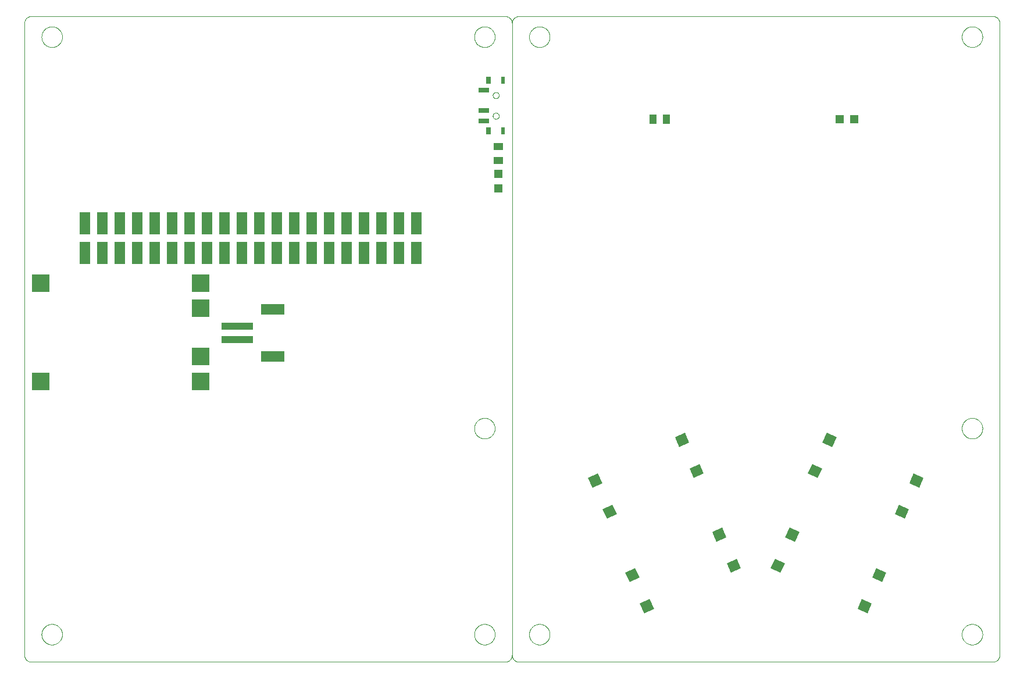
<source format=gbp>
G75*
%MOIN*%
%OFA0B0*%
%FSLAX25Y25*%
%IPPOS*%
%LPD*%
%AMOC8*
5,1,8,0,0,1.08239X$1,22.5*
%
%ADD10C,0.00000*%
%ADD11R,0.06000X0.13000*%
%ADD12R,0.10000X0.10000*%
%ADD13R,0.06299X0.06102*%
%ADD14R,0.05512X0.04331*%
%ADD15R,0.04724X0.04724*%
%ADD16R,0.05906X0.02756*%
%ADD17R,0.02362X0.03937*%
%ADD18R,0.03150X0.03937*%
%ADD19R,0.18110X0.03937*%
%ADD20R,0.13386X0.06299*%
%ADD21R,0.04331X0.05512*%
D10*
X0003248Y0006189D02*
X0003248Y0368394D01*
X0003250Y0368518D01*
X0003256Y0368641D01*
X0003265Y0368765D01*
X0003279Y0368887D01*
X0003296Y0369010D01*
X0003318Y0369132D01*
X0003343Y0369253D01*
X0003372Y0369373D01*
X0003404Y0369492D01*
X0003441Y0369611D01*
X0003481Y0369728D01*
X0003524Y0369843D01*
X0003572Y0369958D01*
X0003623Y0370070D01*
X0003677Y0370181D01*
X0003735Y0370291D01*
X0003796Y0370398D01*
X0003861Y0370504D01*
X0003929Y0370607D01*
X0004000Y0370708D01*
X0004074Y0370807D01*
X0004151Y0370904D01*
X0004232Y0370998D01*
X0004315Y0371089D01*
X0004401Y0371178D01*
X0004490Y0371264D01*
X0004581Y0371347D01*
X0004675Y0371428D01*
X0004772Y0371505D01*
X0004871Y0371579D01*
X0004972Y0371650D01*
X0005075Y0371718D01*
X0005181Y0371783D01*
X0005288Y0371844D01*
X0005398Y0371902D01*
X0005509Y0371956D01*
X0005621Y0372007D01*
X0005736Y0372055D01*
X0005851Y0372098D01*
X0005968Y0372138D01*
X0006087Y0372175D01*
X0006206Y0372207D01*
X0006326Y0372236D01*
X0006447Y0372261D01*
X0006569Y0372283D01*
X0006692Y0372300D01*
X0006814Y0372314D01*
X0006938Y0372323D01*
X0007061Y0372329D01*
X0007185Y0372331D01*
X0278839Y0372331D01*
X0278963Y0372329D01*
X0279086Y0372323D01*
X0279210Y0372314D01*
X0279332Y0372300D01*
X0279455Y0372283D01*
X0279577Y0372261D01*
X0279698Y0372236D01*
X0279818Y0372207D01*
X0279937Y0372175D01*
X0280056Y0372138D01*
X0280173Y0372098D01*
X0280288Y0372055D01*
X0280403Y0372007D01*
X0280515Y0371956D01*
X0280626Y0371902D01*
X0280736Y0371844D01*
X0280843Y0371783D01*
X0280949Y0371718D01*
X0281052Y0371650D01*
X0281153Y0371579D01*
X0281252Y0371505D01*
X0281349Y0371428D01*
X0281443Y0371347D01*
X0281534Y0371264D01*
X0281623Y0371178D01*
X0281709Y0371089D01*
X0281792Y0370998D01*
X0281873Y0370904D01*
X0281950Y0370807D01*
X0282024Y0370708D01*
X0282095Y0370607D01*
X0282163Y0370504D01*
X0282228Y0370398D01*
X0282289Y0370291D01*
X0282347Y0370181D01*
X0282401Y0370070D01*
X0282452Y0369958D01*
X0282500Y0369843D01*
X0282543Y0369728D01*
X0282583Y0369611D01*
X0282620Y0369492D01*
X0282652Y0369373D01*
X0282681Y0369253D01*
X0282706Y0369132D01*
X0282728Y0369010D01*
X0282745Y0368887D01*
X0282759Y0368765D01*
X0282768Y0368641D01*
X0282774Y0368518D01*
X0282776Y0368394D01*
X0282776Y0006189D01*
X0282778Y0006065D01*
X0282784Y0005942D01*
X0282793Y0005818D01*
X0282807Y0005696D01*
X0282824Y0005573D01*
X0282846Y0005451D01*
X0282871Y0005330D01*
X0282900Y0005210D01*
X0282932Y0005091D01*
X0282969Y0004972D01*
X0283009Y0004855D01*
X0283052Y0004740D01*
X0283100Y0004625D01*
X0283151Y0004513D01*
X0283205Y0004402D01*
X0283263Y0004292D01*
X0283324Y0004185D01*
X0283389Y0004079D01*
X0283457Y0003976D01*
X0283528Y0003875D01*
X0283602Y0003776D01*
X0283679Y0003679D01*
X0283760Y0003585D01*
X0283843Y0003494D01*
X0283929Y0003405D01*
X0284018Y0003319D01*
X0284109Y0003236D01*
X0284203Y0003155D01*
X0284300Y0003078D01*
X0284399Y0003004D01*
X0284500Y0002933D01*
X0284603Y0002865D01*
X0284709Y0002800D01*
X0284816Y0002739D01*
X0284926Y0002681D01*
X0285037Y0002627D01*
X0285149Y0002576D01*
X0285264Y0002528D01*
X0285379Y0002485D01*
X0285496Y0002445D01*
X0285615Y0002408D01*
X0285734Y0002376D01*
X0285854Y0002347D01*
X0285975Y0002322D01*
X0286097Y0002300D01*
X0286220Y0002283D01*
X0286342Y0002269D01*
X0286466Y0002260D01*
X0286589Y0002254D01*
X0286713Y0002252D01*
X0558366Y0002252D01*
X0558490Y0002254D01*
X0558613Y0002260D01*
X0558737Y0002269D01*
X0558859Y0002283D01*
X0558982Y0002300D01*
X0559104Y0002322D01*
X0559225Y0002347D01*
X0559345Y0002376D01*
X0559464Y0002408D01*
X0559583Y0002445D01*
X0559700Y0002485D01*
X0559815Y0002528D01*
X0559930Y0002576D01*
X0560042Y0002627D01*
X0560153Y0002681D01*
X0560263Y0002739D01*
X0560370Y0002800D01*
X0560476Y0002865D01*
X0560579Y0002933D01*
X0560680Y0003004D01*
X0560779Y0003078D01*
X0560876Y0003155D01*
X0560970Y0003236D01*
X0561061Y0003319D01*
X0561150Y0003405D01*
X0561236Y0003494D01*
X0561319Y0003585D01*
X0561400Y0003679D01*
X0561477Y0003776D01*
X0561551Y0003875D01*
X0561622Y0003976D01*
X0561690Y0004079D01*
X0561755Y0004185D01*
X0561816Y0004292D01*
X0561874Y0004402D01*
X0561928Y0004513D01*
X0561979Y0004625D01*
X0562027Y0004740D01*
X0562070Y0004855D01*
X0562110Y0004972D01*
X0562147Y0005091D01*
X0562179Y0005210D01*
X0562208Y0005330D01*
X0562233Y0005451D01*
X0562255Y0005573D01*
X0562272Y0005696D01*
X0562286Y0005818D01*
X0562295Y0005942D01*
X0562301Y0006065D01*
X0562303Y0006189D01*
X0562303Y0368394D01*
X0562301Y0368518D01*
X0562295Y0368641D01*
X0562286Y0368765D01*
X0562272Y0368887D01*
X0562255Y0369010D01*
X0562233Y0369132D01*
X0562208Y0369253D01*
X0562179Y0369373D01*
X0562147Y0369492D01*
X0562110Y0369611D01*
X0562070Y0369728D01*
X0562027Y0369843D01*
X0561979Y0369958D01*
X0561928Y0370070D01*
X0561874Y0370181D01*
X0561816Y0370291D01*
X0561755Y0370398D01*
X0561690Y0370504D01*
X0561622Y0370607D01*
X0561551Y0370708D01*
X0561477Y0370807D01*
X0561400Y0370904D01*
X0561319Y0370998D01*
X0561236Y0371089D01*
X0561150Y0371178D01*
X0561061Y0371264D01*
X0560970Y0371347D01*
X0560876Y0371428D01*
X0560779Y0371505D01*
X0560680Y0371579D01*
X0560579Y0371650D01*
X0560476Y0371718D01*
X0560370Y0371783D01*
X0560263Y0371844D01*
X0560153Y0371902D01*
X0560042Y0371956D01*
X0559930Y0372007D01*
X0559815Y0372055D01*
X0559700Y0372098D01*
X0559583Y0372138D01*
X0559464Y0372175D01*
X0559345Y0372207D01*
X0559225Y0372236D01*
X0559104Y0372261D01*
X0558982Y0372283D01*
X0558859Y0372300D01*
X0558737Y0372314D01*
X0558613Y0372323D01*
X0558490Y0372329D01*
X0558366Y0372331D01*
X0286713Y0372331D01*
X0286589Y0372329D01*
X0286466Y0372323D01*
X0286342Y0372314D01*
X0286220Y0372300D01*
X0286097Y0372283D01*
X0285975Y0372261D01*
X0285854Y0372236D01*
X0285734Y0372207D01*
X0285615Y0372175D01*
X0285496Y0372138D01*
X0285379Y0372098D01*
X0285264Y0372055D01*
X0285149Y0372007D01*
X0285037Y0371956D01*
X0284926Y0371902D01*
X0284816Y0371844D01*
X0284709Y0371783D01*
X0284603Y0371718D01*
X0284500Y0371650D01*
X0284399Y0371579D01*
X0284300Y0371505D01*
X0284203Y0371428D01*
X0284109Y0371347D01*
X0284018Y0371264D01*
X0283929Y0371178D01*
X0283843Y0371089D01*
X0283760Y0370998D01*
X0283679Y0370904D01*
X0283602Y0370807D01*
X0283528Y0370708D01*
X0283457Y0370607D01*
X0283389Y0370504D01*
X0283324Y0370398D01*
X0283263Y0370291D01*
X0283205Y0370181D01*
X0283151Y0370070D01*
X0283100Y0369958D01*
X0283052Y0369843D01*
X0283009Y0369728D01*
X0282969Y0369611D01*
X0282932Y0369492D01*
X0282900Y0369373D01*
X0282871Y0369253D01*
X0282846Y0369132D01*
X0282824Y0369010D01*
X0282807Y0368887D01*
X0282793Y0368765D01*
X0282784Y0368641D01*
X0282778Y0368518D01*
X0282776Y0368394D01*
X0292618Y0360520D02*
X0292620Y0360673D01*
X0292626Y0360827D01*
X0292636Y0360980D01*
X0292650Y0361132D01*
X0292668Y0361285D01*
X0292690Y0361436D01*
X0292715Y0361587D01*
X0292745Y0361738D01*
X0292779Y0361888D01*
X0292816Y0362036D01*
X0292857Y0362184D01*
X0292902Y0362330D01*
X0292951Y0362476D01*
X0293004Y0362620D01*
X0293060Y0362762D01*
X0293120Y0362903D01*
X0293184Y0363043D01*
X0293251Y0363181D01*
X0293322Y0363317D01*
X0293397Y0363451D01*
X0293474Y0363583D01*
X0293556Y0363713D01*
X0293640Y0363841D01*
X0293728Y0363967D01*
X0293819Y0364090D01*
X0293913Y0364211D01*
X0294011Y0364329D01*
X0294111Y0364445D01*
X0294215Y0364558D01*
X0294321Y0364669D01*
X0294430Y0364777D01*
X0294542Y0364882D01*
X0294656Y0364983D01*
X0294774Y0365082D01*
X0294893Y0365178D01*
X0295015Y0365271D01*
X0295140Y0365360D01*
X0295267Y0365447D01*
X0295396Y0365529D01*
X0295527Y0365609D01*
X0295660Y0365685D01*
X0295795Y0365758D01*
X0295932Y0365827D01*
X0296071Y0365892D01*
X0296211Y0365954D01*
X0296353Y0366012D01*
X0296496Y0366067D01*
X0296641Y0366118D01*
X0296787Y0366165D01*
X0296934Y0366208D01*
X0297082Y0366247D01*
X0297231Y0366283D01*
X0297381Y0366314D01*
X0297532Y0366342D01*
X0297683Y0366366D01*
X0297836Y0366386D01*
X0297988Y0366402D01*
X0298141Y0366414D01*
X0298294Y0366422D01*
X0298447Y0366426D01*
X0298601Y0366426D01*
X0298754Y0366422D01*
X0298907Y0366414D01*
X0299060Y0366402D01*
X0299212Y0366386D01*
X0299365Y0366366D01*
X0299516Y0366342D01*
X0299667Y0366314D01*
X0299817Y0366283D01*
X0299966Y0366247D01*
X0300114Y0366208D01*
X0300261Y0366165D01*
X0300407Y0366118D01*
X0300552Y0366067D01*
X0300695Y0366012D01*
X0300837Y0365954D01*
X0300977Y0365892D01*
X0301116Y0365827D01*
X0301253Y0365758D01*
X0301388Y0365685D01*
X0301521Y0365609D01*
X0301652Y0365529D01*
X0301781Y0365447D01*
X0301908Y0365360D01*
X0302033Y0365271D01*
X0302155Y0365178D01*
X0302274Y0365082D01*
X0302392Y0364983D01*
X0302506Y0364882D01*
X0302618Y0364777D01*
X0302727Y0364669D01*
X0302833Y0364558D01*
X0302937Y0364445D01*
X0303037Y0364329D01*
X0303135Y0364211D01*
X0303229Y0364090D01*
X0303320Y0363967D01*
X0303408Y0363841D01*
X0303492Y0363713D01*
X0303574Y0363583D01*
X0303651Y0363451D01*
X0303726Y0363317D01*
X0303797Y0363181D01*
X0303864Y0363043D01*
X0303928Y0362903D01*
X0303988Y0362762D01*
X0304044Y0362620D01*
X0304097Y0362476D01*
X0304146Y0362330D01*
X0304191Y0362184D01*
X0304232Y0362036D01*
X0304269Y0361888D01*
X0304303Y0361738D01*
X0304333Y0361587D01*
X0304358Y0361436D01*
X0304380Y0361285D01*
X0304398Y0361132D01*
X0304412Y0360980D01*
X0304422Y0360827D01*
X0304428Y0360673D01*
X0304430Y0360520D01*
X0304428Y0360367D01*
X0304422Y0360213D01*
X0304412Y0360060D01*
X0304398Y0359908D01*
X0304380Y0359755D01*
X0304358Y0359604D01*
X0304333Y0359453D01*
X0304303Y0359302D01*
X0304269Y0359152D01*
X0304232Y0359004D01*
X0304191Y0358856D01*
X0304146Y0358710D01*
X0304097Y0358564D01*
X0304044Y0358420D01*
X0303988Y0358278D01*
X0303928Y0358137D01*
X0303864Y0357997D01*
X0303797Y0357859D01*
X0303726Y0357723D01*
X0303651Y0357589D01*
X0303574Y0357457D01*
X0303492Y0357327D01*
X0303408Y0357199D01*
X0303320Y0357073D01*
X0303229Y0356950D01*
X0303135Y0356829D01*
X0303037Y0356711D01*
X0302937Y0356595D01*
X0302833Y0356482D01*
X0302727Y0356371D01*
X0302618Y0356263D01*
X0302506Y0356158D01*
X0302392Y0356057D01*
X0302274Y0355958D01*
X0302155Y0355862D01*
X0302033Y0355769D01*
X0301908Y0355680D01*
X0301781Y0355593D01*
X0301652Y0355511D01*
X0301521Y0355431D01*
X0301388Y0355355D01*
X0301253Y0355282D01*
X0301116Y0355213D01*
X0300977Y0355148D01*
X0300837Y0355086D01*
X0300695Y0355028D01*
X0300552Y0354973D01*
X0300407Y0354922D01*
X0300261Y0354875D01*
X0300114Y0354832D01*
X0299966Y0354793D01*
X0299817Y0354757D01*
X0299667Y0354726D01*
X0299516Y0354698D01*
X0299365Y0354674D01*
X0299212Y0354654D01*
X0299060Y0354638D01*
X0298907Y0354626D01*
X0298754Y0354618D01*
X0298601Y0354614D01*
X0298447Y0354614D01*
X0298294Y0354618D01*
X0298141Y0354626D01*
X0297988Y0354638D01*
X0297836Y0354654D01*
X0297683Y0354674D01*
X0297532Y0354698D01*
X0297381Y0354726D01*
X0297231Y0354757D01*
X0297082Y0354793D01*
X0296934Y0354832D01*
X0296787Y0354875D01*
X0296641Y0354922D01*
X0296496Y0354973D01*
X0296353Y0355028D01*
X0296211Y0355086D01*
X0296071Y0355148D01*
X0295932Y0355213D01*
X0295795Y0355282D01*
X0295660Y0355355D01*
X0295527Y0355431D01*
X0295396Y0355511D01*
X0295267Y0355593D01*
X0295140Y0355680D01*
X0295015Y0355769D01*
X0294893Y0355862D01*
X0294774Y0355958D01*
X0294656Y0356057D01*
X0294542Y0356158D01*
X0294430Y0356263D01*
X0294321Y0356371D01*
X0294215Y0356482D01*
X0294111Y0356595D01*
X0294011Y0356711D01*
X0293913Y0356829D01*
X0293819Y0356950D01*
X0293728Y0357073D01*
X0293640Y0357199D01*
X0293556Y0357327D01*
X0293474Y0357457D01*
X0293397Y0357589D01*
X0293322Y0357723D01*
X0293251Y0357859D01*
X0293184Y0357997D01*
X0293120Y0358137D01*
X0293060Y0358278D01*
X0293004Y0358420D01*
X0292951Y0358564D01*
X0292902Y0358710D01*
X0292857Y0358856D01*
X0292816Y0359004D01*
X0292779Y0359152D01*
X0292745Y0359302D01*
X0292715Y0359453D01*
X0292690Y0359604D01*
X0292668Y0359755D01*
X0292650Y0359908D01*
X0292636Y0360060D01*
X0292626Y0360213D01*
X0292620Y0360367D01*
X0292618Y0360520D01*
X0261122Y0360520D02*
X0261124Y0360673D01*
X0261130Y0360827D01*
X0261140Y0360980D01*
X0261154Y0361132D01*
X0261172Y0361285D01*
X0261194Y0361436D01*
X0261219Y0361587D01*
X0261249Y0361738D01*
X0261283Y0361888D01*
X0261320Y0362036D01*
X0261361Y0362184D01*
X0261406Y0362330D01*
X0261455Y0362476D01*
X0261508Y0362620D01*
X0261564Y0362762D01*
X0261624Y0362903D01*
X0261688Y0363043D01*
X0261755Y0363181D01*
X0261826Y0363317D01*
X0261901Y0363451D01*
X0261978Y0363583D01*
X0262060Y0363713D01*
X0262144Y0363841D01*
X0262232Y0363967D01*
X0262323Y0364090D01*
X0262417Y0364211D01*
X0262515Y0364329D01*
X0262615Y0364445D01*
X0262719Y0364558D01*
X0262825Y0364669D01*
X0262934Y0364777D01*
X0263046Y0364882D01*
X0263160Y0364983D01*
X0263278Y0365082D01*
X0263397Y0365178D01*
X0263519Y0365271D01*
X0263644Y0365360D01*
X0263771Y0365447D01*
X0263900Y0365529D01*
X0264031Y0365609D01*
X0264164Y0365685D01*
X0264299Y0365758D01*
X0264436Y0365827D01*
X0264575Y0365892D01*
X0264715Y0365954D01*
X0264857Y0366012D01*
X0265000Y0366067D01*
X0265145Y0366118D01*
X0265291Y0366165D01*
X0265438Y0366208D01*
X0265586Y0366247D01*
X0265735Y0366283D01*
X0265885Y0366314D01*
X0266036Y0366342D01*
X0266187Y0366366D01*
X0266340Y0366386D01*
X0266492Y0366402D01*
X0266645Y0366414D01*
X0266798Y0366422D01*
X0266951Y0366426D01*
X0267105Y0366426D01*
X0267258Y0366422D01*
X0267411Y0366414D01*
X0267564Y0366402D01*
X0267716Y0366386D01*
X0267869Y0366366D01*
X0268020Y0366342D01*
X0268171Y0366314D01*
X0268321Y0366283D01*
X0268470Y0366247D01*
X0268618Y0366208D01*
X0268765Y0366165D01*
X0268911Y0366118D01*
X0269056Y0366067D01*
X0269199Y0366012D01*
X0269341Y0365954D01*
X0269481Y0365892D01*
X0269620Y0365827D01*
X0269757Y0365758D01*
X0269892Y0365685D01*
X0270025Y0365609D01*
X0270156Y0365529D01*
X0270285Y0365447D01*
X0270412Y0365360D01*
X0270537Y0365271D01*
X0270659Y0365178D01*
X0270778Y0365082D01*
X0270896Y0364983D01*
X0271010Y0364882D01*
X0271122Y0364777D01*
X0271231Y0364669D01*
X0271337Y0364558D01*
X0271441Y0364445D01*
X0271541Y0364329D01*
X0271639Y0364211D01*
X0271733Y0364090D01*
X0271824Y0363967D01*
X0271912Y0363841D01*
X0271996Y0363713D01*
X0272078Y0363583D01*
X0272155Y0363451D01*
X0272230Y0363317D01*
X0272301Y0363181D01*
X0272368Y0363043D01*
X0272432Y0362903D01*
X0272492Y0362762D01*
X0272548Y0362620D01*
X0272601Y0362476D01*
X0272650Y0362330D01*
X0272695Y0362184D01*
X0272736Y0362036D01*
X0272773Y0361888D01*
X0272807Y0361738D01*
X0272837Y0361587D01*
X0272862Y0361436D01*
X0272884Y0361285D01*
X0272902Y0361132D01*
X0272916Y0360980D01*
X0272926Y0360827D01*
X0272932Y0360673D01*
X0272934Y0360520D01*
X0272932Y0360367D01*
X0272926Y0360213D01*
X0272916Y0360060D01*
X0272902Y0359908D01*
X0272884Y0359755D01*
X0272862Y0359604D01*
X0272837Y0359453D01*
X0272807Y0359302D01*
X0272773Y0359152D01*
X0272736Y0359004D01*
X0272695Y0358856D01*
X0272650Y0358710D01*
X0272601Y0358564D01*
X0272548Y0358420D01*
X0272492Y0358278D01*
X0272432Y0358137D01*
X0272368Y0357997D01*
X0272301Y0357859D01*
X0272230Y0357723D01*
X0272155Y0357589D01*
X0272078Y0357457D01*
X0271996Y0357327D01*
X0271912Y0357199D01*
X0271824Y0357073D01*
X0271733Y0356950D01*
X0271639Y0356829D01*
X0271541Y0356711D01*
X0271441Y0356595D01*
X0271337Y0356482D01*
X0271231Y0356371D01*
X0271122Y0356263D01*
X0271010Y0356158D01*
X0270896Y0356057D01*
X0270778Y0355958D01*
X0270659Y0355862D01*
X0270537Y0355769D01*
X0270412Y0355680D01*
X0270285Y0355593D01*
X0270156Y0355511D01*
X0270025Y0355431D01*
X0269892Y0355355D01*
X0269757Y0355282D01*
X0269620Y0355213D01*
X0269481Y0355148D01*
X0269341Y0355086D01*
X0269199Y0355028D01*
X0269056Y0354973D01*
X0268911Y0354922D01*
X0268765Y0354875D01*
X0268618Y0354832D01*
X0268470Y0354793D01*
X0268321Y0354757D01*
X0268171Y0354726D01*
X0268020Y0354698D01*
X0267869Y0354674D01*
X0267716Y0354654D01*
X0267564Y0354638D01*
X0267411Y0354626D01*
X0267258Y0354618D01*
X0267105Y0354614D01*
X0266951Y0354614D01*
X0266798Y0354618D01*
X0266645Y0354626D01*
X0266492Y0354638D01*
X0266340Y0354654D01*
X0266187Y0354674D01*
X0266036Y0354698D01*
X0265885Y0354726D01*
X0265735Y0354757D01*
X0265586Y0354793D01*
X0265438Y0354832D01*
X0265291Y0354875D01*
X0265145Y0354922D01*
X0265000Y0354973D01*
X0264857Y0355028D01*
X0264715Y0355086D01*
X0264575Y0355148D01*
X0264436Y0355213D01*
X0264299Y0355282D01*
X0264164Y0355355D01*
X0264031Y0355431D01*
X0263900Y0355511D01*
X0263771Y0355593D01*
X0263644Y0355680D01*
X0263519Y0355769D01*
X0263397Y0355862D01*
X0263278Y0355958D01*
X0263160Y0356057D01*
X0263046Y0356158D01*
X0262934Y0356263D01*
X0262825Y0356371D01*
X0262719Y0356482D01*
X0262615Y0356595D01*
X0262515Y0356711D01*
X0262417Y0356829D01*
X0262323Y0356950D01*
X0262232Y0357073D01*
X0262144Y0357199D01*
X0262060Y0357327D01*
X0261978Y0357457D01*
X0261901Y0357589D01*
X0261826Y0357723D01*
X0261755Y0357859D01*
X0261688Y0357997D01*
X0261624Y0358137D01*
X0261564Y0358278D01*
X0261508Y0358420D01*
X0261455Y0358564D01*
X0261406Y0358710D01*
X0261361Y0358856D01*
X0261320Y0359004D01*
X0261283Y0359152D01*
X0261249Y0359302D01*
X0261219Y0359453D01*
X0261194Y0359604D01*
X0261172Y0359755D01*
X0261154Y0359908D01*
X0261140Y0360060D01*
X0261130Y0360213D01*
X0261124Y0360367D01*
X0261122Y0360520D01*
X0271752Y0327055D02*
X0271754Y0327139D01*
X0271760Y0327222D01*
X0271770Y0327305D01*
X0271784Y0327388D01*
X0271801Y0327470D01*
X0271823Y0327551D01*
X0271848Y0327630D01*
X0271877Y0327709D01*
X0271910Y0327786D01*
X0271946Y0327861D01*
X0271986Y0327935D01*
X0272029Y0328007D01*
X0272076Y0328076D01*
X0272126Y0328143D01*
X0272179Y0328208D01*
X0272235Y0328270D01*
X0272293Y0328330D01*
X0272355Y0328387D01*
X0272419Y0328440D01*
X0272486Y0328491D01*
X0272555Y0328538D01*
X0272626Y0328583D01*
X0272699Y0328623D01*
X0272774Y0328660D01*
X0272851Y0328694D01*
X0272929Y0328724D01*
X0273008Y0328750D01*
X0273089Y0328773D01*
X0273171Y0328791D01*
X0273253Y0328806D01*
X0273336Y0328817D01*
X0273419Y0328824D01*
X0273503Y0328827D01*
X0273587Y0328826D01*
X0273670Y0328821D01*
X0273754Y0328812D01*
X0273836Y0328799D01*
X0273918Y0328783D01*
X0273999Y0328762D01*
X0274080Y0328738D01*
X0274158Y0328710D01*
X0274236Y0328678D01*
X0274312Y0328642D01*
X0274386Y0328603D01*
X0274458Y0328561D01*
X0274528Y0328515D01*
X0274596Y0328466D01*
X0274661Y0328414D01*
X0274724Y0328359D01*
X0274784Y0328301D01*
X0274842Y0328240D01*
X0274896Y0328176D01*
X0274948Y0328110D01*
X0274996Y0328042D01*
X0275041Y0327971D01*
X0275082Y0327898D01*
X0275121Y0327824D01*
X0275155Y0327748D01*
X0275186Y0327670D01*
X0275213Y0327591D01*
X0275237Y0327510D01*
X0275256Y0327429D01*
X0275272Y0327347D01*
X0275284Y0327264D01*
X0275292Y0327180D01*
X0275296Y0327097D01*
X0275296Y0327013D01*
X0275292Y0326930D01*
X0275284Y0326846D01*
X0275272Y0326763D01*
X0275256Y0326681D01*
X0275237Y0326600D01*
X0275213Y0326519D01*
X0275186Y0326440D01*
X0275155Y0326362D01*
X0275121Y0326286D01*
X0275082Y0326212D01*
X0275041Y0326139D01*
X0274996Y0326068D01*
X0274948Y0326000D01*
X0274896Y0325934D01*
X0274842Y0325870D01*
X0274784Y0325809D01*
X0274724Y0325751D01*
X0274661Y0325696D01*
X0274596Y0325644D01*
X0274528Y0325595D01*
X0274458Y0325549D01*
X0274386Y0325507D01*
X0274312Y0325468D01*
X0274236Y0325432D01*
X0274158Y0325400D01*
X0274080Y0325372D01*
X0273999Y0325348D01*
X0273918Y0325327D01*
X0273836Y0325311D01*
X0273754Y0325298D01*
X0273670Y0325289D01*
X0273587Y0325284D01*
X0273503Y0325283D01*
X0273419Y0325286D01*
X0273336Y0325293D01*
X0273253Y0325304D01*
X0273171Y0325319D01*
X0273089Y0325337D01*
X0273008Y0325360D01*
X0272929Y0325386D01*
X0272851Y0325416D01*
X0272774Y0325450D01*
X0272699Y0325487D01*
X0272626Y0325527D01*
X0272555Y0325572D01*
X0272486Y0325619D01*
X0272419Y0325670D01*
X0272355Y0325723D01*
X0272293Y0325780D01*
X0272235Y0325840D01*
X0272179Y0325902D01*
X0272126Y0325967D01*
X0272076Y0326034D01*
X0272029Y0326103D01*
X0271986Y0326175D01*
X0271946Y0326249D01*
X0271910Y0326324D01*
X0271877Y0326401D01*
X0271848Y0326480D01*
X0271823Y0326559D01*
X0271801Y0326640D01*
X0271784Y0326722D01*
X0271770Y0326805D01*
X0271760Y0326888D01*
X0271754Y0326971D01*
X0271752Y0327055D01*
X0271752Y0315244D02*
X0271754Y0315328D01*
X0271760Y0315411D01*
X0271770Y0315494D01*
X0271784Y0315577D01*
X0271801Y0315659D01*
X0271823Y0315740D01*
X0271848Y0315819D01*
X0271877Y0315898D01*
X0271910Y0315975D01*
X0271946Y0316050D01*
X0271986Y0316124D01*
X0272029Y0316196D01*
X0272076Y0316265D01*
X0272126Y0316332D01*
X0272179Y0316397D01*
X0272235Y0316459D01*
X0272293Y0316519D01*
X0272355Y0316576D01*
X0272419Y0316629D01*
X0272486Y0316680D01*
X0272555Y0316727D01*
X0272626Y0316772D01*
X0272699Y0316812D01*
X0272774Y0316849D01*
X0272851Y0316883D01*
X0272929Y0316913D01*
X0273008Y0316939D01*
X0273089Y0316962D01*
X0273171Y0316980D01*
X0273253Y0316995D01*
X0273336Y0317006D01*
X0273419Y0317013D01*
X0273503Y0317016D01*
X0273587Y0317015D01*
X0273670Y0317010D01*
X0273754Y0317001D01*
X0273836Y0316988D01*
X0273918Y0316972D01*
X0273999Y0316951D01*
X0274080Y0316927D01*
X0274158Y0316899D01*
X0274236Y0316867D01*
X0274312Y0316831D01*
X0274386Y0316792D01*
X0274458Y0316750D01*
X0274528Y0316704D01*
X0274596Y0316655D01*
X0274661Y0316603D01*
X0274724Y0316548D01*
X0274784Y0316490D01*
X0274842Y0316429D01*
X0274896Y0316365D01*
X0274948Y0316299D01*
X0274996Y0316231D01*
X0275041Y0316160D01*
X0275082Y0316087D01*
X0275121Y0316013D01*
X0275155Y0315937D01*
X0275186Y0315859D01*
X0275213Y0315780D01*
X0275237Y0315699D01*
X0275256Y0315618D01*
X0275272Y0315536D01*
X0275284Y0315453D01*
X0275292Y0315369D01*
X0275296Y0315286D01*
X0275296Y0315202D01*
X0275292Y0315119D01*
X0275284Y0315035D01*
X0275272Y0314952D01*
X0275256Y0314870D01*
X0275237Y0314789D01*
X0275213Y0314708D01*
X0275186Y0314629D01*
X0275155Y0314551D01*
X0275121Y0314475D01*
X0275082Y0314401D01*
X0275041Y0314328D01*
X0274996Y0314257D01*
X0274948Y0314189D01*
X0274896Y0314123D01*
X0274842Y0314059D01*
X0274784Y0313998D01*
X0274724Y0313940D01*
X0274661Y0313885D01*
X0274596Y0313833D01*
X0274528Y0313784D01*
X0274458Y0313738D01*
X0274386Y0313696D01*
X0274312Y0313657D01*
X0274236Y0313621D01*
X0274158Y0313589D01*
X0274080Y0313561D01*
X0273999Y0313537D01*
X0273918Y0313516D01*
X0273836Y0313500D01*
X0273754Y0313487D01*
X0273670Y0313478D01*
X0273587Y0313473D01*
X0273503Y0313472D01*
X0273419Y0313475D01*
X0273336Y0313482D01*
X0273253Y0313493D01*
X0273171Y0313508D01*
X0273089Y0313526D01*
X0273008Y0313549D01*
X0272929Y0313575D01*
X0272851Y0313605D01*
X0272774Y0313639D01*
X0272699Y0313676D01*
X0272626Y0313716D01*
X0272555Y0313761D01*
X0272486Y0313808D01*
X0272419Y0313859D01*
X0272355Y0313912D01*
X0272293Y0313969D01*
X0272235Y0314029D01*
X0272179Y0314091D01*
X0272126Y0314156D01*
X0272076Y0314223D01*
X0272029Y0314292D01*
X0271986Y0314364D01*
X0271946Y0314438D01*
X0271910Y0314513D01*
X0271877Y0314590D01*
X0271848Y0314669D01*
X0271823Y0314748D01*
X0271801Y0314829D01*
X0271784Y0314911D01*
X0271770Y0314994D01*
X0271760Y0315077D01*
X0271754Y0315160D01*
X0271752Y0315244D01*
X0013090Y0360520D02*
X0013092Y0360673D01*
X0013098Y0360827D01*
X0013108Y0360980D01*
X0013122Y0361132D01*
X0013140Y0361285D01*
X0013162Y0361436D01*
X0013187Y0361587D01*
X0013217Y0361738D01*
X0013251Y0361888D01*
X0013288Y0362036D01*
X0013329Y0362184D01*
X0013374Y0362330D01*
X0013423Y0362476D01*
X0013476Y0362620D01*
X0013532Y0362762D01*
X0013592Y0362903D01*
X0013656Y0363043D01*
X0013723Y0363181D01*
X0013794Y0363317D01*
X0013869Y0363451D01*
X0013946Y0363583D01*
X0014028Y0363713D01*
X0014112Y0363841D01*
X0014200Y0363967D01*
X0014291Y0364090D01*
X0014385Y0364211D01*
X0014483Y0364329D01*
X0014583Y0364445D01*
X0014687Y0364558D01*
X0014793Y0364669D01*
X0014902Y0364777D01*
X0015014Y0364882D01*
X0015128Y0364983D01*
X0015246Y0365082D01*
X0015365Y0365178D01*
X0015487Y0365271D01*
X0015612Y0365360D01*
X0015739Y0365447D01*
X0015868Y0365529D01*
X0015999Y0365609D01*
X0016132Y0365685D01*
X0016267Y0365758D01*
X0016404Y0365827D01*
X0016543Y0365892D01*
X0016683Y0365954D01*
X0016825Y0366012D01*
X0016968Y0366067D01*
X0017113Y0366118D01*
X0017259Y0366165D01*
X0017406Y0366208D01*
X0017554Y0366247D01*
X0017703Y0366283D01*
X0017853Y0366314D01*
X0018004Y0366342D01*
X0018155Y0366366D01*
X0018308Y0366386D01*
X0018460Y0366402D01*
X0018613Y0366414D01*
X0018766Y0366422D01*
X0018919Y0366426D01*
X0019073Y0366426D01*
X0019226Y0366422D01*
X0019379Y0366414D01*
X0019532Y0366402D01*
X0019684Y0366386D01*
X0019837Y0366366D01*
X0019988Y0366342D01*
X0020139Y0366314D01*
X0020289Y0366283D01*
X0020438Y0366247D01*
X0020586Y0366208D01*
X0020733Y0366165D01*
X0020879Y0366118D01*
X0021024Y0366067D01*
X0021167Y0366012D01*
X0021309Y0365954D01*
X0021449Y0365892D01*
X0021588Y0365827D01*
X0021725Y0365758D01*
X0021860Y0365685D01*
X0021993Y0365609D01*
X0022124Y0365529D01*
X0022253Y0365447D01*
X0022380Y0365360D01*
X0022505Y0365271D01*
X0022627Y0365178D01*
X0022746Y0365082D01*
X0022864Y0364983D01*
X0022978Y0364882D01*
X0023090Y0364777D01*
X0023199Y0364669D01*
X0023305Y0364558D01*
X0023409Y0364445D01*
X0023509Y0364329D01*
X0023607Y0364211D01*
X0023701Y0364090D01*
X0023792Y0363967D01*
X0023880Y0363841D01*
X0023964Y0363713D01*
X0024046Y0363583D01*
X0024123Y0363451D01*
X0024198Y0363317D01*
X0024269Y0363181D01*
X0024336Y0363043D01*
X0024400Y0362903D01*
X0024460Y0362762D01*
X0024516Y0362620D01*
X0024569Y0362476D01*
X0024618Y0362330D01*
X0024663Y0362184D01*
X0024704Y0362036D01*
X0024741Y0361888D01*
X0024775Y0361738D01*
X0024805Y0361587D01*
X0024830Y0361436D01*
X0024852Y0361285D01*
X0024870Y0361132D01*
X0024884Y0360980D01*
X0024894Y0360827D01*
X0024900Y0360673D01*
X0024902Y0360520D01*
X0024900Y0360367D01*
X0024894Y0360213D01*
X0024884Y0360060D01*
X0024870Y0359908D01*
X0024852Y0359755D01*
X0024830Y0359604D01*
X0024805Y0359453D01*
X0024775Y0359302D01*
X0024741Y0359152D01*
X0024704Y0359004D01*
X0024663Y0358856D01*
X0024618Y0358710D01*
X0024569Y0358564D01*
X0024516Y0358420D01*
X0024460Y0358278D01*
X0024400Y0358137D01*
X0024336Y0357997D01*
X0024269Y0357859D01*
X0024198Y0357723D01*
X0024123Y0357589D01*
X0024046Y0357457D01*
X0023964Y0357327D01*
X0023880Y0357199D01*
X0023792Y0357073D01*
X0023701Y0356950D01*
X0023607Y0356829D01*
X0023509Y0356711D01*
X0023409Y0356595D01*
X0023305Y0356482D01*
X0023199Y0356371D01*
X0023090Y0356263D01*
X0022978Y0356158D01*
X0022864Y0356057D01*
X0022746Y0355958D01*
X0022627Y0355862D01*
X0022505Y0355769D01*
X0022380Y0355680D01*
X0022253Y0355593D01*
X0022124Y0355511D01*
X0021993Y0355431D01*
X0021860Y0355355D01*
X0021725Y0355282D01*
X0021588Y0355213D01*
X0021449Y0355148D01*
X0021309Y0355086D01*
X0021167Y0355028D01*
X0021024Y0354973D01*
X0020879Y0354922D01*
X0020733Y0354875D01*
X0020586Y0354832D01*
X0020438Y0354793D01*
X0020289Y0354757D01*
X0020139Y0354726D01*
X0019988Y0354698D01*
X0019837Y0354674D01*
X0019684Y0354654D01*
X0019532Y0354638D01*
X0019379Y0354626D01*
X0019226Y0354618D01*
X0019073Y0354614D01*
X0018919Y0354614D01*
X0018766Y0354618D01*
X0018613Y0354626D01*
X0018460Y0354638D01*
X0018308Y0354654D01*
X0018155Y0354674D01*
X0018004Y0354698D01*
X0017853Y0354726D01*
X0017703Y0354757D01*
X0017554Y0354793D01*
X0017406Y0354832D01*
X0017259Y0354875D01*
X0017113Y0354922D01*
X0016968Y0354973D01*
X0016825Y0355028D01*
X0016683Y0355086D01*
X0016543Y0355148D01*
X0016404Y0355213D01*
X0016267Y0355282D01*
X0016132Y0355355D01*
X0015999Y0355431D01*
X0015868Y0355511D01*
X0015739Y0355593D01*
X0015612Y0355680D01*
X0015487Y0355769D01*
X0015365Y0355862D01*
X0015246Y0355958D01*
X0015128Y0356057D01*
X0015014Y0356158D01*
X0014902Y0356263D01*
X0014793Y0356371D01*
X0014687Y0356482D01*
X0014583Y0356595D01*
X0014483Y0356711D01*
X0014385Y0356829D01*
X0014291Y0356950D01*
X0014200Y0357073D01*
X0014112Y0357199D01*
X0014028Y0357327D01*
X0013946Y0357457D01*
X0013869Y0357589D01*
X0013794Y0357723D01*
X0013723Y0357859D01*
X0013656Y0357997D01*
X0013592Y0358137D01*
X0013532Y0358278D01*
X0013476Y0358420D01*
X0013423Y0358564D01*
X0013374Y0358710D01*
X0013329Y0358856D01*
X0013288Y0359004D01*
X0013251Y0359152D01*
X0013217Y0359302D01*
X0013187Y0359453D01*
X0013162Y0359604D01*
X0013140Y0359755D01*
X0013122Y0359908D01*
X0013108Y0360060D01*
X0013098Y0360213D01*
X0013092Y0360367D01*
X0013090Y0360520D01*
X0261122Y0136110D02*
X0261124Y0136263D01*
X0261130Y0136417D01*
X0261140Y0136570D01*
X0261154Y0136722D01*
X0261172Y0136875D01*
X0261194Y0137026D01*
X0261219Y0137177D01*
X0261249Y0137328D01*
X0261283Y0137478D01*
X0261320Y0137626D01*
X0261361Y0137774D01*
X0261406Y0137920D01*
X0261455Y0138066D01*
X0261508Y0138210D01*
X0261564Y0138352D01*
X0261624Y0138493D01*
X0261688Y0138633D01*
X0261755Y0138771D01*
X0261826Y0138907D01*
X0261901Y0139041D01*
X0261978Y0139173D01*
X0262060Y0139303D01*
X0262144Y0139431D01*
X0262232Y0139557D01*
X0262323Y0139680D01*
X0262417Y0139801D01*
X0262515Y0139919D01*
X0262615Y0140035D01*
X0262719Y0140148D01*
X0262825Y0140259D01*
X0262934Y0140367D01*
X0263046Y0140472D01*
X0263160Y0140573D01*
X0263278Y0140672D01*
X0263397Y0140768D01*
X0263519Y0140861D01*
X0263644Y0140950D01*
X0263771Y0141037D01*
X0263900Y0141119D01*
X0264031Y0141199D01*
X0264164Y0141275D01*
X0264299Y0141348D01*
X0264436Y0141417D01*
X0264575Y0141482D01*
X0264715Y0141544D01*
X0264857Y0141602D01*
X0265000Y0141657D01*
X0265145Y0141708D01*
X0265291Y0141755D01*
X0265438Y0141798D01*
X0265586Y0141837D01*
X0265735Y0141873D01*
X0265885Y0141904D01*
X0266036Y0141932D01*
X0266187Y0141956D01*
X0266340Y0141976D01*
X0266492Y0141992D01*
X0266645Y0142004D01*
X0266798Y0142012D01*
X0266951Y0142016D01*
X0267105Y0142016D01*
X0267258Y0142012D01*
X0267411Y0142004D01*
X0267564Y0141992D01*
X0267716Y0141976D01*
X0267869Y0141956D01*
X0268020Y0141932D01*
X0268171Y0141904D01*
X0268321Y0141873D01*
X0268470Y0141837D01*
X0268618Y0141798D01*
X0268765Y0141755D01*
X0268911Y0141708D01*
X0269056Y0141657D01*
X0269199Y0141602D01*
X0269341Y0141544D01*
X0269481Y0141482D01*
X0269620Y0141417D01*
X0269757Y0141348D01*
X0269892Y0141275D01*
X0270025Y0141199D01*
X0270156Y0141119D01*
X0270285Y0141037D01*
X0270412Y0140950D01*
X0270537Y0140861D01*
X0270659Y0140768D01*
X0270778Y0140672D01*
X0270896Y0140573D01*
X0271010Y0140472D01*
X0271122Y0140367D01*
X0271231Y0140259D01*
X0271337Y0140148D01*
X0271441Y0140035D01*
X0271541Y0139919D01*
X0271639Y0139801D01*
X0271733Y0139680D01*
X0271824Y0139557D01*
X0271912Y0139431D01*
X0271996Y0139303D01*
X0272078Y0139173D01*
X0272155Y0139041D01*
X0272230Y0138907D01*
X0272301Y0138771D01*
X0272368Y0138633D01*
X0272432Y0138493D01*
X0272492Y0138352D01*
X0272548Y0138210D01*
X0272601Y0138066D01*
X0272650Y0137920D01*
X0272695Y0137774D01*
X0272736Y0137626D01*
X0272773Y0137478D01*
X0272807Y0137328D01*
X0272837Y0137177D01*
X0272862Y0137026D01*
X0272884Y0136875D01*
X0272902Y0136722D01*
X0272916Y0136570D01*
X0272926Y0136417D01*
X0272932Y0136263D01*
X0272934Y0136110D01*
X0272932Y0135957D01*
X0272926Y0135803D01*
X0272916Y0135650D01*
X0272902Y0135498D01*
X0272884Y0135345D01*
X0272862Y0135194D01*
X0272837Y0135043D01*
X0272807Y0134892D01*
X0272773Y0134742D01*
X0272736Y0134594D01*
X0272695Y0134446D01*
X0272650Y0134300D01*
X0272601Y0134154D01*
X0272548Y0134010D01*
X0272492Y0133868D01*
X0272432Y0133727D01*
X0272368Y0133587D01*
X0272301Y0133449D01*
X0272230Y0133313D01*
X0272155Y0133179D01*
X0272078Y0133047D01*
X0271996Y0132917D01*
X0271912Y0132789D01*
X0271824Y0132663D01*
X0271733Y0132540D01*
X0271639Y0132419D01*
X0271541Y0132301D01*
X0271441Y0132185D01*
X0271337Y0132072D01*
X0271231Y0131961D01*
X0271122Y0131853D01*
X0271010Y0131748D01*
X0270896Y0131647D01*
X0270778Y0131548D01*
X0270659Y0131452D01*
X0270537Y0131359D01*
X0270412Y0131270D01*
X0270285Y0131183D01*
X0270156Y0131101D01*
X0270025Y0131021D01*
X0269892Y0130945D01*
X0269757Y0130872D01*
X0269620Y0130803D01*
X0269481Y0130738D01*
X0269341Y0130676D01*
X0269199Y0130618D01*
X0269056Y0130563D01*
X0268911Y0130512D01*
X0268765Y0130465D01*
X0268618Y0130422D01*
X0268470Y0130383D01*
X0268321Y0130347D01*
X0268171Y0130316D01*
X0268020Y0130288D01*
X0267869Y0130264D01*
X0267716Y0130244D01*
X0267564Y0130228D01*
X0267411Y0130216D01*
X0267258Y0130208D01*
X0267105Y0130204D01*
X0266951Y0130204D01*
X0266798Y0130208D01*
X0266645Y0130216D01*
X0266492Y0130228D01*
X0266340Y0130244D01*
X0266187Y0130264D01*
X0266036Y0130288D01*
X0265885Y0130316D01*
X0265735Y0130347D01*
X0265586Y0130383D01*
X0265438Y0130422D01*
X0265291Y0130465D01*
X0265145Y0130512D01*
X0265000Y0130563D01*
X0264857Y0130618D01*
X0264715Y0130676D01*
X0264575Y0130738D01*
X0264436Y0130803D01*
X0264299Y0130872D01*
X0264164Y0130945D01*
X0264031Y0131021D01*
X0263900Y0131101D01*
X0263771Y0131183D01*
X0263644Y0131270D01*
X0263519Y0131359D01*
X0263397Y0131452D01*
X0263278Y0131548D01*
X0263160Y0131647D01*
X0263046Y0131748D01*
X0262934Y0131853D01*
X0262825Y0131961D01*
X0262719Y0132072D01*
X0262615Y0132185D01*
X0262515Y0132301D01*
X0262417Y0132419D01*
X0262323Y0132540D01*
X0262232Y0132663D01*
X0262144Y0132789D01*
X0262060Y0132917D01*
X0261978Y0133047D01*
X0261901Y0133179D01*
X0261826Y0133313D01*
X0261755Y0133449D01*
X0261688Y0133587D01*
X0261624Y0133727D01*
X0261564Y0133868D01*
X0261508Y0134010D01*
X0261455Y0134154D01*
X0261406Y0134300D01*
X0261361Y0134446D01*
X0261320Y0134594D01*
X0261283Y0134742D01*
X0261249Y0134892D01*
X0261219Y0135043D01*
X0261194Y0135194D01*
X0261172Y0135345D01*
X0261154Y0135498D01*
X0261140Y0135650D01*
X0261130Y0135803D01*
X0261124Y0135957D01*
X0261122Y0136110D01*
X0261122Y0018000D02*
X0261124Y0018153D01*
X0261130Y0018307D01*
X0261140Y0018460D01*
X0261154Y0018612D01*
X0261172Y0018765D01*
X0261194Y0018916D01*
X0261219Y0019067D01*
X0261249Y0019218D01*
X0261283Y0019368D01*
X0261320Y0019516D01*
X0261361Y0019664D01*
X0261406Y0019810D01*
X0261455Y0019956D01*
X0261508Y0020100D01*
X0261564Y0020242D01*
X0261624Y0020383D01*
X0261688Y0020523D01*
X0261755Y0020661D01*
X0261826Y0020797D01*
X0261901Y0020931D01*
X0261978Y0021063D01*
X0262060Y0021193D01*
X0262144Y0021321D01*
X0262232Y0021447D01*
X0262323Y0021570D01*
X0262417Y0021691D01*
X0262515Y0021809D01*
X0262615Y0021925D01*
X0262719Y0022038D01*
X0262825Y0022149D01*
X0262934Y0022257D01*
X0263046Y0022362D01*
X0263160Y0022463D01*
X0263278Y0022562D01*
X0263397Y0022658D01*
X0263519Y0022751D01*
X0263644Y0022840D01*
X0263771Y0022927D01*
X0263900Y0023009D01*
X0264031Y0023089D01*
X0264164Y0023165D01*
X0264299Y0023238D01*
X0264436Y0023307D01*
X0264575Y0023372D01*
X0264715Y0023434D01*
X0264857Y0023492D01*
X0265000Y0023547D01*
X0265145Y0023598D01*
X0265291Y0023645D01*
X0265438Y0023688D01*
X0265586Y0023727D01*
X0265735Y0023763D01*
X0265885Y0023794D01*
X0266036Y0023822D01*
X0266187Y0023846D01*
X0266340Y0023866D01*
X0266492Y0023882D01*
X0266645Y0023894D01*
X0266798Y0023902D01*
X0266951Y0023906D01*
X0267105Y0023906D01*
X0267258Y0023902D01*
X0267411Y0023894D01*
X0267564Y0023882D01*
X0267716Y0023866D01*
X0267869Y0023846D01*
X0268020Y0023822D01*
X0268171Y0023794D01*
X0268321Y0023763D01*
X0268470Y0023727D01*
X0268618Y0023688D01*
X0268765Y0023645D01*
X0268911Y0023598D01*
X0269056Y0023547D01*
X0269199Y0023492D01*
X0269341Y0023434D01*
X0269481Y0023372D01*
X0269620Y0023307D01*
X0269757Y0023238D01*
X0269892Y0023165D01*
X0270025Y0023089D01*
X0270156Y0023009D01*
X0270285Y0022927D01*
X0270412Y0022840D01*
X0270537Y0022751D01*
X0270659Y0022658D01*
X0270778Y0022562D01*
X0270896Y0022463D01*
X0271010Y0022362D01*
X0271122Y0022257D01*
X0271231Y0022149D01*
X0271337Y0022038D01*
X0271441Y0021925D01*
X0271541Y0021809D01*
X0271639Y0021691D01*
X0271733Y0021570D01*
X0271824Y0021447D01*
X0271912Y0021321D01*
X0271996Y0021193D01*
X0272078Y0021063D01*
X0272155Y0020931D01*
X0272230Y0020797D01*
X0272301Y0020661D01*
X0272368Y0020523D01*
X0272432Y0020383D01*
X0272492Y0020242D01*
X0272548Y0020100D01*
X0272601Y0019956D01*
X0272650Y0019810D01*
X0272695Y0019664D01*
X0272736Y0019516D01*
X0272773Y0019368D01*
X0272807Y0019218D01*
X0272837Y0019067D01*
X0272862Y0018916D01*
X0272884Y0018765D01*
X0272902Y0018612D01*
X0272916Y0018460D01*
X0272926Y0018307D01*
X0272932Y0018153D01*
X0272934Y0018000D01*
X0272932Y0017847D01*
X0272926Y0017693D01*
X0272916Y0017540D01*
X0272902Y0017388D01*
X0272884Y0017235D01*
X0272862Y0017084D01*
X0272837Y0016933D01*
X0272807Y0016782D01*
X0272773Y0016632D01*
X0272736Y0016484D01*
X0272695Y0016336D01*
X0272650Y0016190D01*
X0272601Y0016044D01*
X0272548Y0015900D01*
X0272492Y0015758D01*
X0272432Y0015617D01*
X0272368Y0015477D01*
X0272301Y0015339D01*
X0272230Y0015203D01*
X0272155Y0015069D01*
X0272078Y0014937D01*
X0271996Y0014807D01*
X0271912Y0014679D01*
X0271824Y0014553D01*
X0271733Y0014430D01*
X0271639Y0014309D01*
X0271541Y0014191D01*
X0271441Y0014075D01*
X0271337Y0013962D01*
X0271231Y0013851D01*
X0271122Y0013743D01*
X0271010Y0013638D01*
X0270896Y0013537D01*
X0270778Y0013438D01*
X0270659Y0013342D01*
X0270537Y0013249D01*
X0270412Y0013160D01*
X0270285Y0013073D01*
X0270156Y0012991D01*
X0270025Y0012911D01*
X0269892Y0012835D01*
X0269757Y0012762D01*
X0269620Y0012693D01*
X0269481Y0012628D01*
X0269341Y0012566D01*
X0269199Y0012508D01*
X0269056Y0012453D01*
X0268911Y0012402D01*
X0268765Y0012355D01*
X0268618Y0012312D01*
X0268470Y0012273D01*
X0268321Y0012237D01*
X0268171Y0012206D01*
X0268020Y0012178D01*
X0267869Y0012154D01*
X0267716Y0012134D01*
X0267564Y0012118D01*
X0267411Y0012106D01*
X0267258Y0012098D01*
X0267105Y0012094D01*
X0266951Y0012094D01*
X0266798Y0012098D01*
X0266645Y0012106D01*
X0266492Y0012118D01*
X0266340Y0012134D01*
X0266187Y0012154D01*
X0266036Y0012178D01*
X0265885Y0012206D01*
X0265735Y0012237D01*
X0265586Y0012273D01*
X0265438Y0012312D01*
X0265291Y0012355D01*
X0265145Y0012402D01*
X0265000Y0012453D01*
X0264857Y0012508D01*
X0264715Y0012566D01*
X0264575Y0012628D01*
X0264436Y0012693D01*
X0264299Y0012762D01*
X0264164Y0012835D01*
X0264031Y0012911D01*
X0263900Y0012991D01*
X0263771Y0013073D01*
X0263644Y0013160D01*
X0263519Y0013249D01*
X0263397Y0013342D01*
X0263278Y0013438D01*
X0263160Y0013537D01*
X0263046Y0013638D01*
X0262934Y0013743D01*
X0262825Y0013851D01*
X0262719Y0013962D01*
X0262615Y0014075D01*
X0262515Y0014191D01*
X0262417Y0014309D01*
X0262323Y0014430D01*
X0262232Y0014553D01*
X0262144Y0014679D01*
X0262060Y0014807D01*
X0261978Y0014937D01*
X0261901Y0015069D01*
X0261826Y0015203D01*
X0261755Y0015339D01*
X0261688Y0015477D01*
X0261624Y0015617D01*
X0261564Y0015758D01*
X0261508Y0015900D01*
X0261455Y0016044D01*
X0261406Y0016190D01*
X0261361Y0016336D01*
X0261320Y0016484D01*
X0261283Y0016632D01*
X0261249Y0016782D01*
X0261219Y0016933D01*
X0261194Y0017084D01*
X0261172Y0017235D01*
X0261154Y0017388D01*
X0261140Y0017540D01*
X0261130Y0017693D01*
X0261124Y0017847D01*
X0261122Y0018000D01*
X0278839Y0002252D02*
X0278963Y0002254D01*
X0279086Y0002260D01*
X0279210Y0002269D01*
X0279332Y0002283D01*
X0279455Y0002300D01*
X0279577Y0002322D01*
X0279698Y0002347D01*
X0279818Y0002376D01*
X0279937Y0002408D01*
X0280056Y0002445D01*
X0280173Y0002485D01*
X0280288Y0002528D01*
X0280403Y0002576D01*
X0280515Y0002627D01*
X0280626Y0002681D01*
X0280736Y0002739D01*
X0280843Y0002800D01*
X0280949Y0002865D01*
X0281052Y0002933D01*
X0281153Y0003004D01*
X0281252Y0003078D01*
X0281349Y0003155D01*
X0281443Y0003236D01*
X0281534Y0003319D01*
X0281623Y0003405D01*
X0281709Y0003494D01*
X0281792Y0003585D01*
X0281873Y0003679D01*
X0281950Y0003776D01*
X0282024Y0003875D01*
X0282095Y0003976D01*
X0282163Y0004079D01*
X0282228Y0004185D01*
X0282289Y0004292D01*
X0282347Y0004402D01*
X0282401Y0004513D01*
X0282452Y0004625D01*
X0282500Y0004740D01*
X0282543Y0004855D01*
X0282583Y0004972D01*
X0282620Y0005091D01*
X0282652Y0005210D01*
X0282681Y0005330D01*
X0282706Y0005451D01*
X0282728Y0005573D01*
X0282745Y0005696D01*
X0282759Y0005818D01*
X0282768Y0005942D01*
X0282774Y0006065D01*
X0282776Y0006189D01*
X0278839Y0002252D02*
X0007185Y0002252D01*
X0007061Y0002254D01*
X0006938Y0002260D01*
X0006814Y0002269D01*
X0006692Y0002283D01*
X0006569Y0002300D01*
X0006447Y0002322D01*
X0006326Y0002347D01*
X0006206Y0002376D01*
X0006087Y0002408D01*
X0005968Y0002445D01*
X0005851Y0002485D01*
X0005736Y0002528D01*
X0005621Y0002576D01*
X0005509Y0002627D01*
X0005398Y0002681D01*
X0005288Y0002739D01*
X0005181Y0002800D01*
X0005075Y0002865D01*
X0004972Y0002933D01*
X0004871Y0003004D01*
X0004772Y0003078D01*
X0004675Y0003155D01*
X0004581Y0003236D01*
X0004490Y0003319D01*
X0004401Y0003405D01*
X0004315Y0003494D01*
X0004232Y0003585D01*
X0004151Y0003679D01*
X0004074Y0003776D01*
X0004000Y0003875D01*
X0003929Y0003976D01*
X0003861Y0004079D01*
X0003796Y0004185D01*
X0003735Y0004292D01*
X0003677Y0004402D01*
X0003623Y0004513D01*
X0003572Y0004625D01*
X0003524Y0004740D01*
X0003481Y0004855D01*
X0003441Y0004972D01*
X0003404Y0005091D01*
X0003372Y0005210D01*
X0003343Y0005330D01*
X0003318Y0005451D01*
X0003296Y0005573D01*
X0003279Y0005696D01*
X0003265Y0005818D01*
X0003256Y0005942D01*
X0003250Y0006065D01*
X0003248Y0006189D01*
X0013090Y0018000D02*
X0013092Y0018153D01*
X0013098Y0018307D01*
X0013108Y0018460D01*
X0013122Y0018612D01*
X0013140Y0018765D01*
X0013162Y0018916D01*
X0013187Y0019067D01*
X0013217Y0019218D01*
X0013251Y0019368D01*
X0013288Y0019516D01*
X0013329Y0019664D01*
X0013374Y0019810D01*
X0013423Y0019956D01*
X0013476Y0020100D01*
X0013532Y0020242D01*
X0013592Y0020383D01*
X0013656Y0020523D01*
X0013723Y0020661D01*
X0013794Y0020797D01*
X0013869Y0020931D01*
X0013946Y0021063D01*
X0014028Y0021193D01*
X0014112Y0021321D01*
X0014200Y0021447D01*
X0014291Y0021570D01*
X0014385Y0021691D01*
X0014483Y0021809D01*
X0014583Y0021925D01*
X0014687Y0022038D01*
X0014793Y0022149D01*
X0014902Y0022257D01*
X0015014Y0022362D01*
X0015128Y0022463D01*
X0015246Y0022562D01*
X0015365Y0022658D01*
X0015487Y0022751D01*
X0015612Y0022840D01*
X0015739Y0022927D01*
X0015868Y0023009D01*
X0015999Y0023089D01*
X0016132Y0023165D01*
X0016267Y0023238D01*
X0016404Y0023307D01*
X0016543Y0023372D01*
X0016683Y0023434D01*
X0016825Y0023492D01*
X0016968Y0023547D01*
X0017113Y0023598D01*
X0017259Y0023645D01*
X0017406Y0023688D01*
X0017554Y0023727D01*
X0017703Y0023763D01*
X0017853Y0023794D01*
X0018004Y0023822D01*
X0018155Y0023846D01*
X0018308Y0023866D01*
X0018460Y0023882D01*
X0018613Y0023894D01*
X0018766Y0023902D01*
X0018919Y0023906D01*
X0019073Y0023906D01*
X0019226Y0023902D01*
X0019379Y0023894D01*
X0019532Y0023882D01*
X0019684Y0023866D01*
X0019837Y0023846D01*
X0019988Y0023822D01*
X0020139Y0023794D01*
X0020289Y0023763D01*
X0020438Y0023727D01*
X0020586Y0023688D01*
X0020733Y0023645D01*
X0020879Y0023598D01*
X0021024Y0023547D01*
X0021167Y0023492D01*
X0021309Y0023434D01*
X0021449Y0023372D01*
X0021588Y0023307D01*
X0021725Y0023238D01*
X0021860Y0023165D01*
X0021993Y0023089D01*
X0022124Y0023009D01*
X0022253Y0022927D01*
X0022380Y0022840D01*
X0022505Y0022751D01*
X0022627Y0022658D01*
X0022746Y0022562D01*
X0022864Y0022463D01*
X0022978Y0022362D01*
X0023090Y0022257D01*
X0023199Y0022149D01*
X0023305Y0022038D01*
X0023409Y0021925D01*
X0023509Y0021809D01*
X0023607Y0021691D01*
X0023701Y0021570D01*
X0023792Y0021447D01*
X0023880Y0021321D01*
X0023964Y0021193D01*
X0024046Y0021063D01*
X0024123Y0020931D01*
X0024198Y0020797D01*
X0024269Y0020661D01*
X0024336Y0020523D01*
X0024400Y0020383D01*
X0024460Y0020242D01*
X0024516Y0020100D01*
X0024569Y0019956D01*
X0024618Y0019810D01*
X0024663Y0019664D01*
X0024704Y0019516D01*
X0024741Y0019368D01*
X0024775Y0019218D01*
X0024805Y0019067D01*
X0024830Y0018916D01*
X0024852Y0018765D01*
X0024870Y0018612D01*
X0024884Y0018460D01*
X0024894Y0018307D01*
X0024900Y0018153D01*
X0024902Y0018000D01*
X0024900Y0017847D01*
X0024894Y0017693D01*
X0024884Y0017540D01*
X0024870Y0017388D01*
X0024852Y0017235D01*
X0024830Y0017084D01*
X0024805Y0016933D01*
X0024775Y0016782D01*
X0024741Y0016632D01*
X0024704Y0016484D01*
X0024663Y0016336D01*
X0024618Y0016190D01*
X0024569Y0016044D01*
X0024516Y0015900D01*
X0024460Y0015758D01*
X0024400Y0015617D01*
X0024336Y0015477D01*
X0024269Y0015339D01*
X0024198Y0015203D01*
X0024123Y0015069D01*
X0024046Y0014937D01*
X0023964Y0014807D01*
X0023880Y0014679D01*
X0023792Y0014553D01*
X0023701Y0014430D01*
X0023607Y0014309D01*
X0023509Y0014191D01*
X0023409Y0014075D01*
X0023305Y0013962D01*
X0023199Y0013851D01*
X0023090Y0013743D01*
X0022978Y0013638D01*
X0022864Y0013537D01*
X0022746Y0013438D01*
X0022627Y0013342D01*
X0022505Y0013249D01*
X0022380Y0013160D01*
X0022253Y0013073D01*
X0022124Y0012991D01*
X0021993Y0012911D01*
X0021860Y0012835D01*
X0021725Y0012762D01*
X0021588Y0012693D01*
X0021449Y0012628D01*
X0021309Y0012566D01*
X0021167Y0012508D01*
X0021024Y0012453D01*
X0020879Y0012402D01*
X0020733Y0012355D01*
X0020586Y0012312D01*
X0020438Y0012273D01*
X0020289Y0012237D01*
X0020139Y0012206D01*
X0019988Y0012178D01*
X0019837Y0012154D01*
X0019684Y0012134D01*
X0019532Y0012118D01*
X0019379Y0012106D01*
X0019226Y0012098D01*
X0019073Y0012094D01*
X0018919Y0012094D01*
X0018766Y0012098D01*
X0018613Y0012106D01*
X0018460Y0012118D01*
X0018308Y0012134D01*
X0018155Y0012154D01*
X0018004Y0012178D01*
X0017853Y0012206D01*
X0017703Y0012237D01*
X0017554Y0012273D01*
X0017406Y0012312D01*
X0017259Y0012355D01*
X0017113Y0012402D01*
X0016968Y0012453D01*
X0016825Y0012508D01*
X0016683Y0012566D01*
X0016543Y0012628D01*
X0016404Y0012693D01*
X0016267Y0012762D01*
X0016132Y0012835D01*
X0015999Y0012911D01*
X0015868Y0012991D01*
X0015739Y0013073D01*
X0015612Y0013160D01*
X0015487Y0013249D01*
X0015365Y0013342D01*
X0015246Y0013438D01*
X0015128Y0013537D01*
X0015014Y0013638D01*
X0014902Y0013743D01*
X0014793Y0013851D01*
X0014687Y0013962D01*
X0014583Y0014075D01*
X0014483Y0014191D01*
X0014385Y0014309D01*
X0014291Y0014430D01*
X0014200Y0014553D01*
X0014112Y0014679D01*
X0014028Y0014807D01*
X0013946Y0014937D01*
X0013869Y0015069D01*
X0013794Y0015203D01*
X0013723Y0015339D01*
X0013656Y0015477D01*
X0013592Y0015617D01*
X0013532Y0015758D01*
X0013476Y0015900D01*
X0013423Y0016044D01*
X0013374Y0016190D01*
X0013329Y0016336D01*
X0013288Y0016484D01*
X0013251Y0016632D01*
X0013217Y0016782D01*
X0013187Y0016933D01*
X0013162Y0017084D01*
X0013140Y0017235D01*
X0013122Y0017388D01*
X0013108Y0017540D01*
X0013098Y0017693D01*
X0013092Y0017847D01*
X0013090Y0018000D01*
X0292618Y0018000D02*
X0292620Y0018153D01*
X0292626Y0018307D01*
X0292636Y0018460D01*
X0292650Y0018612D01*
X0292668Y0018765D01*
X0292690Y0018916D01*
X0292715Y0019067D01*
X0292745Y0019218D01*
X0292779Y0019368D01*
X0292816Y0019516D01*
X0292857Y0019664D01*
X0292902Y0019810D01*
X0292951Y0019956D01*
X0293004Y0020100D01*
X0293060Y0020242D01*
X0293120Y0020383D01*
X0293184Y0020523D01*
X0293251Y0020661D01*
X0293322Y0020797D01*
X0293397Y0020931D01*
X0293474Y0021063D01*
X0293556Y0021193D01*
X0293640Y0021321D01*
X0293728Y0021447D01*
X0293819Y0021570D01*
X0293913Y0021691D01*
X0294011Y0021809D01*
X0294111Y0021925D01*
X0294215Y0022038D01*
X0294321Y0022149D01*
X0294430Y0022257D01*
X0294542Y0022362D01*
X0294656Y0022463D01*
X0294774Y0022562D01*
X0294893Y0022658D01*
X0295015Y0022751D01*
X0295140Y0022840D01*
X0295267Y0022927D01*
X0295396Y0023009D01*
X0295527Y0023089D01*
X0295660Y0023165D01*
X0295795Y0023238D01*
X0295932Y0023307D01*
X0296071Y0023372D01*
X0296211Y0023434D01*
X0296353Y0023492D01*
X0296496Y0023547D01*
X0296641Y0023598D01*
X0296787Y0023645D01*
X0296934Y0023688D01*
X0297082Y0023727D01*
X0297231Y0023763D01*
X0297381Y0023794D01*
X0297532Y0023822D01*
X0297683Y0023846D01*
X0297836Y0023866D01*
X0297988Y0023882D01*
X0298141Y0023894D01*
X0298294Y0023902D01*
X0298447Y0023906D01*
X0298601Y0023906D01*
X0298754Y0023902D01*
X0298907Y0023894D01*
X0299060Y0023882D01*
X0299212Y0023866D01*
X0299365Y0023846D01*
X0299516Y0023822D01*
X0299667Y0023794D01*
X0299817Y0023763D01*
X0299966Y0023727D01*
X0300114Y0023688D01*
X0300261Y0023645D01*
X0300407Y0023598D01*
X0300552Y0023547D01*
X0300695Y0023492D01*
X0300837Y0023434D01*
X0300977Y0023372D01*
X0301116Y0023307D01*
X0301253Y0023238D01*
X0301388Y0023165D01*
X0301521Y0023089D01*
X0301652Y0023009D01*
X0301781Y0022927D01*
X0301908Y0022840D01*
X0302033Y0022751D01*
X0302155Y0022658D01*
X0302274Y0022562D01*
X0302392Y0022463D01*
X0302506Y0022362D01*
X0302618Y0022257D01*
X0302727Y0022149D01*
X0302833Y0022038D01*
X0302937Y0021925D01*
X0303037Y0021809D01*
X0303135Y0021691D01*
X0303229Y0021570D01*
X0303320Y0021447D01*
X0303408Y0021321D01*
X0303492Y0021193D01*
X0303574Y0021063D01*
X0303651Y0020931D01*
X0303726Y0020797D01*
X0303797Y0020661D01*
X0303864Y0020523D01*
X0303928Y0020383D01*
X0303988Y0020242D01*
X0304044Y0020100D01*
X0304097Y0019956D01*
X0304146Y0019810D01*
X0304191Y0019664D01*
X0304232Y0019516D01*
X0304269Y0019368D01*
X0304303Y0019218D01*
X0304333Y0019067D01*
X0304358Y0018916D01*
X0304380Y0018765D01*
X0304398Y0018612D01*
X0304412Y0018460D01*
X0304422Y0018307D01*
X0304428Y0018153D01*
X0304430Y0018000D01*
X0304428Y0017847D01*
X0304422Y0017693D01*
X0304412Y0017540D01*
X0304398Y0017388D01*
X0304380Y0017235D01*
X0304358Y0017084D01*
X0304333Y0016933D01*
X0304303Y0016782D01*
X0304269Y0016632D01*
X0304232Y0016484D01*
X0304191Y0016336D01*
X0304146Y0016190D01*
X0304097Y0016044D01*
X0304044Y0015900D01*
X0303988Y0015758D01*
X0303928Y0015617D01*
X0303864Y0015477D01*
X0303797Y0015339D01*
X0303726Y0015203D01*
X0303651Y0015069D01*
X0303574Y0014937D01*
X0303492Y0014807D01*
X0303408Y0014679D01*
X0303320Y0014553D01*
X0303229Y0014430D01*
X0303135Y0014309D01*
X0303037Y0014191D01*
X0302937Y0014075D01*
X0302833Y0013962D01*
X0302727Y0013851D01*
X0302618Y0013743D01*
X0302506Y0013638D01*
X0302392Y0013537D01*
X0302274Y0013438D01*
X0302155Y0013342D01*
X0302033Y0013249D01*
X0301908Y0013160D01*
X0301781Y0013073D01*
X0301652Y0012991D01*
X0301521Y0012911D01*
X0301388Y0012835D01*
X0301253Y0012762D01*
X0301116Y0012693D01*
X0300977Y0012628D01*
X0300837Y0012566D01*
X0300695Y0012508D01*
X0300552Y0012453D01*
X0300407Y0012402D01*
X0300261Y0012355D01*
X0300114Y0012312D01*
X0299966Y0012273D01*
X0299817Y0012237D01*
X0299667Y0012206D01*
X0299516Y0012178D01*
X0299365Y0012154D01*
X0299212Y0012134D01*
X0299060Y0012118D01*
X0298907Y0012106D01*
X0298754Y0012098D01*
X0298601Y0012094D01*
X0298447Y0012094D01*
X0298294Y0012098D01*
X0298141Y0012106D01*
X0297988Y0012118D01*
X0297836Y0012134D01*
X0297683Y0012154D01*
X0297532Y0012178D01*
X0297381Y0012206D01*
X0297231Y0012237D01*
X0297082Y0012273D01*
X0296934Y0012312D01*
X0296787Y0012355D01*
X0296641Y0012402D01*
X0296496Y0012453D01*
X0296353Y0012508D01*
X0296211Y0012566D01*
X0296071Y0012628D01*
X0295932Y0012693D01*
X0295795Y0012762D01*
X0295660Y0012835D01*
X0295527Y0012911D01*
X0295396Y0012991D01*
X0295267Y0013073D01*
X0295140Y0013160D01*
X0295015Y0013249D01*
X0294893Y0013342D01*
X0294774Y0013438D01*
X0294656Y0013537D01*
X0294542Y0013638D01*
X0294430Y0013743D01*
X0294321Y0013851D01*
X0294215Y0013962D01*
X0294111Y0014075D01*
X0294011Y0014191D01*
X0293913Y0014309D01*
X0293819Y0014430D01*
X0293728Y0014553D01*
X0293640Y0014679D01*
X0293556Y0014807D01*
X0293474Y0014937D01*
X0293397Y0015069D01*
X0293322Y0015203D01*
X0293251Y0015339D01*
X0293184Y0015477D01*
X0293120Y0015617D01*
X0293060Y0015758D01*
X0293004Y0015900D01*
X0292951Y0016044D01*
X0292902Y0016190D01*
X0292857Y0016336D01*
X0292816Y0016484D01*
X0292779Y0016632D01*
X0292745Y0016782D01*
X0292715Y0016933D01*
X0292690Y0017084D01*
X0292668Y0017235D01*
X0292650Y0017388D01*
X0292636Y0017540D01*
X0292626Y0017693D01*
X0292620Y0017847D01*
X0292618Y0018000D01*
X0540649Y0018000D02*
X0540651Y0018153D01*
X0540657Y0018307D01*
X0540667Y0018460D01*
X0540681Y0018612D01*
X0540699Y0018765D01*
X0540721Y0018916D01*
X0540746Y0019067D01*
X0540776Y0019218D01*
X0540810Y0019368D01*
X0540847Y0019516D01*
X0540888Y0019664D01*
X0540933Y0019810D01*
X0540982Y0019956D01*
X0541035Y0020100D01*
X0541091Y0020242D01*
X0541151Y0020383D01*
X0541215Y0020523D01*
X0541282Y0020661D01*
X0541353Y0020797D01*
X0541428Y0020931D01*
X0541505Y0021063D01*
X0541587Y0021193D01*
X0541671Y0021321D01*
X0541759Y0021447D01*
X0541850Y0021570D01*
X0541944Y0021691D01*
X0542042Y0021809D01*
X0542142Y0021925D01*
X0542246Y0022038D01*
X0542352Y0022149D01*
X0542461Y0022257D01*
X0542573Y0022362D01*
X0542687Y0022463D01*
X0542805Y0022562D01*
X0542924Y0022658D01*
X0543046Y0022751D01*
X0543171Y0022840D01*
X0543298Y0022927D01*
X0543427Y0023009D01*
X0543558Y0023089D01*
X0543691Y0023165D01*
X0543826Y0023238D01*
X0543963Y0023307D01*
X0544102Y0023372D01*
X0544242Y0023434D01*
X0544384Y0023492D01*
X0544527Y0023547D01*
X0544672Y0023598D01*
X0544818Y0023645D01*
X0544965Y0023688D01*
X0545113Y0023727D01*
X0545262Y0023763D01*
X0545412Y0023794D01*
X0545563Y0023822D01*
X0545714Y0023846D01*
X0545867Y0023866D01*
X0546019Y0023882D01*
X0546172Y0023894D01*
X0546325Y0023902D01*
X0546478Y0023906D01*
X0546632Y0023906D01*
X0546785Y0023902D01*
X0546938Y0023894D01*
X0547091Y0023882D01*
X0547243Y0023866D01*
X0547396Y0023846D01*
X0547547Y0023822D01*
X0547698Y0023794D01*
X0547848Y0023763D01*
X0547997Y0023727D01*
X0548145Y0023688D01*
X0548292Y0023645D01*
X0548438Y0023598D01*
X0548583Y0023547D01*
X0548726Y0023492D01*
X0548868Y0023434D01*
X0549008Y0023372D01*
X0549147Y0023307D01*
X0549284Y0023238D01*
X0549419Y0023165D01*
X0549552Y0023089D01*
X0549683Y0023009D01*
X0549812Y0022927D01*
X0549939Y0022840D01*
X0550064Y0022751D01*
X0550186Y0022658D01*
X0550305Y0022562D01*
X0550423Y0022463D01*
X0550537Y0022362D01*
X0550649Y0022257D01*
X0550758Y0022149D01*
X0550864Y0022038D01*
X0550968Y0021925D01*
X0551068Y0021809D01*
X0551166Y0021691D01*
X0551260Y0021570D01*
X0551351Y0021447D01*
X0551439Y0021321D01*
X0551523Y0021193D01*
X0551605Y0021063D01*
X0551682Y0020931D01*
X0551757Y0020797D01*
X0551828Y0020661D01*
X0551895Y0020523D01*
X0551959Y0020383D01*
X0552019Y0020242D01*
X0552075Y0020100D01*
X0552128Y0019956D01*
X0552177Y0019810D01*
X0552222Y0019664D01*
X0552263Y0019516D01*
X0552300Y0019368D01*
X0552334Y0019218D01*
X0552364Y0019067D01*
X0552389Y0018916D01*
X0552411Y0018765D01*
X0552429Y0018612D01*
X0552443Y0018460D01*
X0552453Y0018307D01*
X0552459Y0018153D01*
X0552461Y0018000D01*
X0552459Y0017847D01*
X0552453Y0017693D01*
X0552443Y0017540D01*
X0552429Y0017388D01*
X0552411Y0017235D01*
X0552389Y0017084D01*
X0552364Y0016933D01*
X0552334Y0016782D01*
X0552300Y0016632D01*
X0552263Y0016484D01*
X0552222Y0016336D01*
X0552177Y0016190D01*
X0552128Y0016044D01*
X0552075Y0015900D01*
X0552019Y0015758D01*
X0551959Y0015617D01*
X0551895Y0015477D01*
X0551828Y0015339D01*
X0551757Y0015203D01*
X0551682Y0015069D01*
X0551605Y0014937D01*
X0551523Y0014807D01*
X0551439Y0014679D01*
X0551351Y0014553D01*
X0551260Y0014430D01*
X0551166Y0014309D01*
X0551068Y0014191D01*
X0550968Y0014075D01*
X0550864Y0013962D01*
X0550758Y0013851D01*
X0550649Y0013743D01*
X0550537Y0013638D01*
X0550423Y0013537D01*
X0550305Y0013438D01*
X0550186Y0013342D01*
X0550064Y0013249D01*
X0549939Y0013160D01*
X0549812Y0013073D01*
X0549683Y0012991D01*
X0549552Y0012911D01*
X0549419Y0012835D01*
X0549284Y0012762D01*
X0549147Y0012693D01*
X0549008Y0012628D01*
X0548868Y0012566D01*
X0548726Y0012508D01*
X0548583Y0012453D01*
X0548438Y0012402D01*
X0548292Y0012355D01*
X0548145Y0012312D01*
X0547997Y0012273D01*
X0547848Y0012237D01*
X0547698Y0012206D01*
X0547547Y0012178D01*
X0547396Y0012154D01*
X0547243Y0012134D01*
X0547091Y0012118D01*
X0546938Y0012106D01*
X0546785Y0012098D01*
X0546632Y0012094D01*
X0546478Y0012094D01*
X0546325Y0012098D01*
X0546172Y0012106D01*
X0546019Y0012118D01*
X0545867Y0012134D01*
X0545714Y0012154D01*
X0545563Y0012178D01*
X0545412Y0012206D01*
X0545262Y0012237D01*
X0545113Y0012273D01*
X0544965Y0012312D01*
X0544818Y0012355D01*
X0544672Y0012402D01*
X0544527Y0012453D01*
X0544384Y0012508D01*
X0544242Y0012566D01*
X0544102Y0012628D01*
X0543963Y0012693D01*
X0543826Y0012762D01*
X0543691Y0012835D01*
X0543558Y0012911D01*
X0543427Y0012991D01*
X0543298Y0013073D01*
X0543171Y0013160D01*
X0543046Y0013249D01*
X0542924Y0013342D01*
X0542805Y0013438D01*
X0542687Y0013537D01*
X0542573Y0013638D01*
X0542461Y0013743D01*
X0542352Y0013851D01*
X0542246Y0013962D01*
X0542142Y0014075D01*
X0542042Y0014191D01*
X0541944Y0014309D01*
X0541850Y0014430D01*
X0541759Y0014553D01*
X0541671Y0014679D01*
X0541587Y0014807D01*
X0541505Y0014937D01*
X0541428Y0015069D01*
X0541353Y0015203D01*
X0541282Y0015339D01*
X0541215Y0015477D01*
X0541151Y0015617D01*
X0541091Y0015758D01*
X0541035Y0015900D01*
X0540982Y0016044D01*
X0540933Y0016190D01*
X0540888Y0016336D01*
X0540847Y0016484D01*
X0540810Y0016632D01*
X0540776Y0016782D01*
X0540746Y0016933D01*
X0540721Y0017084D01*
X0540699Y0017235D01*
X0540681Y0017388D01*
X0540667Y0017540D01*
X0540657Y0017693D01*
X0540651Y0017847D01*
X0540649Y0018000D01*
X0540649Y0136110D02*
X0540651Y0136263D01*
X0540657Y0136417D01*
X0540667Y0136570D01*
X0540681Y0136722D01*
X0540699Y0136875D01*
X0540721Y0137026D01*
X0540746Y0137177D01*
X0540776Y0137328D01*
X0540810Y0137478D01*
X0540847Y0137626D01*
X0540888Y0137774D01*
X0540933Y0137920D01*
X0540982Y0138066D01*
X0541035Y0138210D01*
X0541091Y0138352D01*
X0541151Y0138493D01*
X0541215Y0138633D01*
X0541282Y0138771D01*
X0541353Y0138907D01*
X0541428Y0139041D01*
X0541505Y0139173D01*
X0541587Y0139303D01*
X0541671Y0139431D01*
X0541759Y0139557D01*
X0541850Y0139680D01*
X0541944Y0139801D01*
X0542042Y0139919D01*
X0542142Y0140035D01*
X0542246Y0140148D01*
X0542352Y0140259D01*
X0542461Y0140367D01*
X0542573Y0140472D01*
X0542687Y0140573D01*
X0542805Y0140672D01*
X0542924Y0140768D01*
X0543046Y0140861D01*
X0543171Y0140950D01*
X0543298Y0141037D01*
X0543427Y0141119D01*
X0543558Y0141199D01*
X0543691Y0141275D01*
X0543826Y0141348D01*
X0543963Y0141417D01*
X0544102Y0141482D01*
X0544242Y0141544D01*
X0544384Y0141602D01*
X0544527Y0141657D01*
X0544672Y0141708D01*
X0544818Y0141755D01*
X0544965Y0141798D01*
X0545113Y0141837D01*
X0545262Y0141873D01*
X0545412Y0141904D01*
X0545563Y0141932D01*
X0545714Y0141956D01*
X0545867Y0141976D01*
X0546019Y0141992D01*
X0546172Y0142004D01*
X0546325Y0142012D01*
X0546478Y0142016D01*
X0546632Y0142016D01*
X0546785Y0142012D01*
X0546938Y0142004D01*
X0547091Y0141992D01*
X0547243Y0141976D01*
X0547396Y0141956D01*
X0547547Y0141932D01*
X0547698Y0141904D01*
X0547848Y0141873D01*
X0547997Y0141837D01*
X0548145Y0141798D01*
X0548292Y0141755D01*
X0548438Y0141708D01*
X0548583Y0141657D01*
X0548726Y0141602D01*
X0548868Y0141544D01*
X0549008Y0141482D01*
X0549147Y0141417D01*
X0549284Y0141348D01*
X0549419Y0141275D01*
X0549552Y0141199D01*
X0549683Y0141119D01*
X0549812Y0141037D01*
X0549939Y0140950D01*
X0550064Y0140861D01*
X0550186Y0140768D01*
X0550305Y0140672D01*
X0550423Y0140573D01*
X0550537Y0140472D01*
X0550649Y0140367D01*
X0550758Y0140259D01*
X0550864Y0140148D01*
X0550968Y0140035D01*
X0551068Y0139919D01*
X0551166Y0139801D01*
X0551260Y0139680D01*
X0551351Y0139557D01*
X0551439Y0139431D01*
X0551523Y0139303D01*
X0551605Y0139173D01*
X0551682Y0139041D01*
X0551757Y0138907D01*
X0551828Y0138771D01*
X0551895Y0138633D01*
X0551959Y0138493D01*
X0552019Y0138352D01*
X0552075Y0138210D01*
X0552128Y0138066D01*
X0552177Y0137920D01*
X0552222Y0137774D01*
X0552263Y0137626D01*
X0552300Y0137478D01*
X0552334Y0137328D01*
X0552364Y0137177D01*
X0552389Y0137026D01*
X0552411Y0136875D01*
X0552429Y0136722D01*
X0552443Y0136570D01*
X0552453Y0136417D01*
X0552459Y0136263D01*
X0552461Y0136110D01*
X0552459Y0135957D01*
X0552453Y0135803D01*
X0552443Y0135650D01*
X0552429Y0135498D01*
X0552411Y0135345D01*
X0552389Y0135194D01*
X0552364Y0135043D01*
X0552334Y0134892D01*
X0552300Y0134742D01*
X0552263Y0134594D01*
X0552222Y0134446D01*
X0552177Y0134300D01*
X0552128Y0134154D01*
X0552075Y0134010D01*
X0552019Y0133868D01*
X0551959Y0133727D01*
X0551895Y0133587D01*
X0551828Y0133449D01*
X0551757Y0133313D01*
X0551682Y0133179D01*
X0551605Y0133047D01*
X0551523Y0132917D01*
X0551439Y0132789D01*
X0551351Y0132663D01*
X0551260Y0132540D01*
X0551166Y0132419D01*
X0551068Y0132301D01*
X0550968Y0132185D01*
X0550864Y0132072D01*
X0550758Y0131961D01*
X0550649Y0131853D01*
X0550537Y0131748D01*
X0550423Y0131647D01*
X0550305Y0131548D01*
X0550186Y0131452D01*
X0550064Y0131359D01*
X0549939Y0131270D01*
X0549812Y0131183D01*
X0549683Y0131101D01*
X0549552Y0131021D01*
X0549419Y0130945D01*
X0549284Y0130872D01*
X0549147Y0130803D01*
X0549008Y0130738D01*
X0548868Y0130676D01*
X0548726Y0130618D01*
X0548583Y0130563D01*
X0548438Y0130512D01*
X0548292Y0130465D01*
X0548145Y0130422D01*
X0547997Y0130383D01*
X0547848Y0130347D01*
X0547698Y0130316D01*
X0547547Y0130288D01*
X0547396Y0130264D01*
X0547243Y0130244D01*
X0547091Y0130228D01*
X0546938Y0130216D01*
X0546785Y0130208D01*
X0546632Y0130204D01*
X0546478Y0130204D01*
X0546325Y0130208D01*
X0546172Y0130216D01*
X0546019Y0130228D01*
X0545867Y0130244D01*
X0545714Y0130264D01*
X0545563Y0130288D01*
X0545412Y0130316D01*
X0545262Y0130347D01*
X0545113Y0130383D01*
X0544965Y0130422D01*
X0544818Y0130465D01*
X0544672Y0130512D01*
X0544527Y0130563D01*
X0544384Y0130618D01*
X0544242Y0130676D01*
X0544102Y0130738D01*
X0543963Y0130803D01*
X0543826Y0130872D01*
X0543691Y0130945D01*
X0543558Y0131021D01*
X0543427Y0131101D01*
X0543298Y0131183D01*
X0543171Y0131270D01*
X0543046Y0131359D01*
X0542924Y0131452D01*
X0542805Y0131548D01*
X0542687Y0131647D01*
X0542573Y0131748D01*
X0542461Y0131853D01*
X0542352Y0131961D01*
X0542246Y0132072D01*
X0542142Y0132185D01*
X0542042Y0132301D01*
X0541944Y0132419D01*
X0541850Y0132540D01*
X0541759Y0132663D01*
X0541671Y0132789D01*
X0541587Y0132917D01*
X0541505Y0133047D01*
X0541428Y0133179D01*
X0541353Y0133313D01*
X0541282Y0133449D01*
X0541215Y0133587D01*
X0541151Y0133727D01*
X0541091Y0133868D01*
X0541035Y0134010D01*
X0540982Y0134154D01*
X0540933Y0134300D01*
X0540888Y0134446D01*
X0540847Y0134594D01*
X0540810Y0134742D01*
X0540776Y0134892D01*
X0540746Y0135043D01*
X0540721Y0135194D01*
X0540699Y0135345D01*
X0540681Y0135498D01*
X0540667Y0135650D01*
X0540657Y0135803D01*
X0540651Y0135957D01*
X0540649Y0136110D01*
X0540649Y0360520D02*
X0540651Y0360673D01*
X0540657Y0360827D01*
X0540667Y0360980D01*
X0540681Y0361132D01*
X0540699Y0361285D01*
X0540721Y0361436D01*
X0540746Y0361587D01*
X0540776Y0361738D01*
X0540810Y0361888D01*
X0540847Y0362036D01*
X0540888Y0362184D01*
X0540933Y0362330D01*
X0540982Y0362476D01*
X0541035Y0362620D01*
X0541091Y0362762D01*
X0541151Y0362903D01*
X0541215Y0363043D01*
X0541282Y0363181D01*
X0541353Y0363317D01*
X0541428Y0363451D01*
X0541505Y0363583D01*
X0541587Y0363713D01*
X0541671Y0363841D01*
X0541759Y0363967D01*
X0541850Y0364090D01*
X0541944Y0364211D01*
X0542042Y0364329D01*
X0542142Y0364445D01*
X0542246Y0364558D01*
X0542352Y0364669D01*
X0542461Y0364777D01*
X0542573Y0364882D01*
X0542687Y0364983D01*
X0542805Y0365082D01*
X0542924Y0365178D01*
X0543046Y0365271D01*
X0543171Y0365360D01*
X0543298Y0365447D01*
X0543427Y0365529D01*
X0543558Y0365609D01*
X0543691Y0365685D01*
X0543826Y0365758D01*
X0543963Y0365827D01*
X0544102Y0365892D01*
X0544242Y0365954D01*
X0544384Y0366012D01*
X0544527Y0366067D01*
X0544672Y0366118D01*
X0544818Y0366165D01*
X0544965Y0366208D01*
X0545113Y0366247D01*
X0545262Y0366283D01*
X0545412Y0366314D01*
X0545563Y0366342D01*
X0545714Y0366366D01*
X0545867Y0366386D01*
X0546019Y0366402D01*
X0546172Y0366414D01*
X0546325Y0366422D01*
X0546478Y0366426D01*
X0546632Y0366426D01*
X0546785Y0366422D01*
X0546938Y0366414D01*
X0547091Y0366402D01*
X0547243Y0366386D01*
X0547396Y0366366D01*
X0547547Y0366342D01*
X0547698Y0366314D01*
X0547848Y0366283D01*
X0547997Y0366247D01*
X0548145Y0366208D01*
X0548292Y0366165D01*
X0548438Y0366118D01*
X0548583Y0366067D01*
X0548726Y0366012D01*
X0548868Y0365954D01*
X0549008Y0365892D01*
X0549147Y0365827D01*
X0549284Y0365758D01*
X0549419Y0365685D01*
X0549552Y0365609D01*
X0549683Y0365529D01*
X0549812Y0365447D01*
X0549939Y0365360D01*
X0550064Y0365271D01*
X0550186Y0365178D01*
X0550305Y0365082D01*
X0550423Y0364983D01*
X0550537Y0364882D01*
X0550649Y0364777D01*
X0550758Y0364669D01*
X0550864Y0364558D01*
X0550968Y0364445D01*
X0551068Y0364329D01*
X0551166Y0364211D01*
X0551260Y0364090D01*
X0551351Y0363967D01*
X0551439Y0363841D01*
X0551523Y0363713D01*
X0551605Y0363583D01*
X0551682Y0363451D01*
X0551757Y0363317D01*
X0551828Y0363181D01*
X0551895Y0363043D01*
X0551959Y0362903D01*
X0552019Y0362762D01*
X0552075Y0362620D01*
X0552128Y0362476D01*
X0552177Y0362330D01*
X0552222Y0362184D01*
X0552263Y0362036D01*
X0552300Y0361888D01*
X0552334Y0361738D01*
X0552364Y0361587D01*
X0552389Y0361436D01*
X0552411Y0361285D01*
X0552429Y0361132D01*
X0552443Y0360980D01*
X0552453Y0360827D01*
X0552459Y0360673D01*
X0552461Y0360520D01*
X0552459Y0360367D01*
X0552453Y0360213D01*
X0552443Y0360060D01*
X0552429Y0359908D01*
X0552411Y0359755D01*
X0552389Y0359604D01*
X0552364Y0359453D01*
X0552334Y0359302D01*
X0552300Y0359152D01*
X0552263Y0359004D01*
X0552222Y0358856D01*
X0552177Y0358710D01*
X0552128Y0358564D01*
X0552075Y0358420D01*
X0552019Y0358278D01*
X0551959Y0358137D01*
X0551895Y0357997D01*
X0551828Y0357859D01*
X0551757Y0357723D01*
X0551682Y0357589D01*
X0551605Y0357457D01*
X0551523Y0357327D01*
X0551439Y0357199D01*
X0551351Y0357073D01*
X0551260Y0356950D01*
X0551166Y0356829D01*
X0551068Y0356711D01*
X0550968Y0356595D01*
X0550864Y0356482D01*
X0550758Y0356371D01*
X0550649Y0356263D01*
X0550537Y0356158D01*
X0550423Y0356057D01*
X0550305Y0355958D01*
X0550186Y0355862D01*
X0550064Y0355769D01*
X0549939Y0355680D01*
X0549812Y0355593D01*
X0549683Y0355511D01*
X0549552Y0355431D01*
X0549419Y0355355D01*
X0549284Y0355282D01*
X0549147Y0355213D01*
X0549008Y0355148D01*
X0548868Y0355086D01*
X0548726Y0355028D01*
X0548583Y0354973D01*
X0548438Y0354922D01*
X0548292Y0354875D01*
X0548145Y0354832D01*
X0547997Y0354793D01*
X0547848Y0354757D01*
X0547698Y0354726D01*
X0547547Y0354698D01*
X0547396Y0354674D01*
X0547243Y0354654D01*
X0547091Y0354638D01*
X0546938Y0354626D01*
X0546785Y0354618D01*
X0546632Y0354614D01*
X0546478Y0354614D01*
X0546325Y0354618D01*
X0546172Y0354626D01*
X0546019Y0354638D01*
X0545867Y0354654D01*
X0545714Y0354674D01*
X0545563Y0354698D01*
X0545412Y0354726D01*
X0545262Y0354757D01*
X0545113Y0354793D01*
X0544965Y0354832D01*
X0544818Y0354875D01*
X0544672Y0354922D01*
X0544527Y0354973D01*
X0544384Y0355028D01*
X0544242Y0355086D01*
X0544102Y0355148D01*
X0543963Y0355213D01*
X0543826Y0355282D01*
X0543691Y0355355D01*
X0543558Y0355431D01*
X0543427Y0355511D01*
X0543298Y0355593D01*
X0543171Y0355680D01*
X0543046Y0355769D01*
X0542924Y0355862D01*
X0542805Y0355958D01*
X0542687Y0356057D01*
X0542573Y0356158D01*
X0542461Y0356263D01*
X0542352Y0356371D01*
X0542246Y0356482D01*
X0542142Y0356595D01*
X0542042Y0356711D01*
X0541944Y0356829D01*
X0541850Y0356950D01*
X0541759Y0357073D01*
X0541671Y0357199D01*
X0541587Y0357327D01*
X0541505Y0357457D01*
X0541428Y0357589D01*
X0541353Y0357723D01*
X0541282Y0357859D01*
X0541215Y0357997D01*
X0541151Y0358137D01*
X0541091Y0358278D01*
X0541035Y0358420D01*
X0540982Y0358564D01*
X0540933Y0358710D01*
X0540888Y0358856D01*
X0540847Y0359004D01*
X0540810Y0359152D01*
X0540776Y0359302D01*
X0540746Y0359453D01*
X0540721Y0359604D01*
X0540699Y0359755D01*
X0540681Y0359908D01*
X0540667Y0360060D01*
X0540657Y0360213D01*
X0540651Y0360367D01*
X0540649Y0360520D01*
D11*
X0228000Y0253772D03*
X0218000Y0253772D03*
X0208000Y0253772D03*
X0198000Y0253772D03*
X0188000Y0253772D03*
X0178000Y0253772D03*
X0168000Y0253772D03*
X0158000Y0253772D03*
X0148000Y0253772D03*
X0138000Y0253772D03*
X0128000Y0253772D03*
X0118000Y0253772D03*
X0108000Y0253772D03*
X0098000Y0253772D03*
X0088000Y0253772D03*
X0078000Y0253772D03*
X0068000Y0253772D03*
X0058000Y0253772D03*
X0048000Y0253772D03*
X0038000Y0253772D03*
X0038000Y0236772D03*
X0048000Y0236772D03*
X0058000Y0236772D03*
X0068000Y0236772D03*
X0078000Y0236772D03*
X0088000Y0236772D03*
X0098000Y0236772D03*
X0108000Y0236772D03*
X0118000Y0236772D03*
X0128000Y0236772D03*
X0138000Y0236772D03*
X0148000Y0236772D03*
X0158000Y0236772D03*
X0168000Y0236772D03*
X0178000Y0236772D03*
X0188000Y0236772D03*
X0198000Y0236772D03*
X0208000Y0236772D03*
X0218000Y0236772D03*
X0228000Y0236772D03*
D12*
X0104232Y0219378D03*
X0104232Y0205008D03*
X0104232Y0177449D03*
X0104232Y0163079D03*
X0012500Y0163079D03*
X0012500Y0219378D03*
D13*
G36*
X0334643Y0104801D02*
X0328936Y0102140D01*
X0326357Y0107669D01*
X0332064Y0110330D01*
X0334643Y0104801D01*
G37*
G36*
X0342962Y0086960D02*
X0337255Y0084299D01*
X0334676Y0089828D01*
X0340383Y0092489D01*
X0342962Y0086960D01*
G37*
G36*
X0392738Y0110171D02*
X0387031Y0107510D01*
X0384452Y0113039D01*
X0390159Y0115700D01*
X0392738Y0110171D01*
G37*
G36*
X0384418Y0128012D02*
X0378711Y0125351D01*
X0376132Y0130880D01*
X0381839Y0133541D01*
X0384418Y0128012D01*
G37*
G36*
X0454920Y0115700D02*
X0460627Y0113039D01*
X0458048Y0107510D01*
X0452341Y0110171D01*
X0454920Y0115700D01*
G37*
G36*
X0463239Y0133541D02*
X0468946Y0130880D01*
X0466367Y0125351D01*
X0460660Y0128012D01*
X0463239Y0133541D01*
G37*
G36*
X0513015Y0110330D02*
X0518722Y0107669D01*
X0516143Y0102140D01*
X0510436Y0104801D01*
X0513015Y0110330D01*
G37*
G36*
X0504696Y0092489D02*
X0510403Y0089828D01*
X0507824Y0084299D01*
X0502117Y0086960D01*
X0504696Y0092489D01*
G37*
G36*
X0491689Y0056070D02*
X0497396Y0053409D01*
X0494817Y0047880D01*
X0489110Y0050541D01*
X0491689Y0056070D01*
G37*
G36*
X0483370Y0038229D02*
X0489077Y0035568D01*
X0486498Y0030039D01*
X0480791Y0032700D01*
X0483370Y0038229D01*
G37*
G36*
X0433595Y0061440D02*
X0439302Y0058779D01*
X0436723Y0053250D01*
X0431016Y0055911D01*
X0433595Y0061440D01*
G37*
G36*
X0441914Y0079281D02*
X0447621Y0076620D01*
X0445042Y0071091D01*
X0439335Y0073752D01*
X0441914Y0079281D01*
G37*
G36*
X0414063Y0055911D02*
X0408356Y0053250D01*
X0405777Y0058779D01*
X0411484Y0061440D01*
X0414063Y0055911D01*
G37*
G36*
X0405744Y0073752D02*
X0400037Y0071091D01*
X0397458Y0076620D01*
X0403165Y0079281D01*
X0405744Y0073752D01*
G37*
G36*
X0355968Y0050541D02*
X0350261Y0047880D01*
X0347682Y0053409D01*
X0353389Y0056070D01*
X0355968Y0050541D01*
G37*
G36*
X0364288Y0032700D02*
X0358581Y0030039D01*
X0356002Y0035568D01*
X0361709Y0038229D01*
X0364288Y0032700D01*
G37*
D14*
X0274902Y0289654D03*
X0274902Y0297528D03*
D15*
X0274902Y0281976D03*
X0274902Y0273709D03*
X0470571Y0313276D03*
X0478839Y0313276D03*
D16*
X0266634Y0312291D03*
X0266634Y0318197D03*
X0266634Y0330008D03*
D17*
X0277461Y0335520D03*
X0277461Y0306780D03*
D18*
X0269193Y0306780D03*
X0269193Y0335520D03*
D19*
X0125114Y0194780D03*
X0125114Y0186906D03*
D20*
X0145587Y0177457D03*
X0145587Y0204228D03*
D21*
X0363484Y0313276D03*
X0371358Y0313276D03*
M02*

</source>
